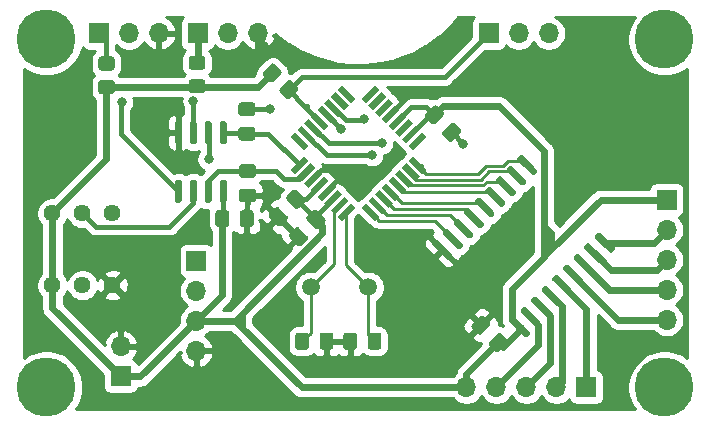
<source format=gbr>
%TF.GenerationSoftware,KiCad,Pcbnew,(5.1.8)-1*%
%TF.CreationDate,2021-01-17T19:24:47+01:00*%
%TF.ProjectId,Cirkel_Kalender,4369726b-656c-45f4-9b61-6c656e646572,rev?*%
%TF.SameCoordinates,Original*%
%TF.FileFunction,Copper,L1,Top*%
%TF.FilePolarity,Positive*%
%FSLAX46Y46*%
G04 Gerber Fmt 4.6, Leading zero omitted, Abs format (unit mm)*
G04 Created by KiCad (PCBNEW (5.1.8)-1) date 2021-01-17 19:24:47*
%MOMM*%
%LPD*%
G01*
G04 APERTURE LIST*
%TA.AperFunction,ComponentPad*%
%ADD10O,1.700000X1.700000*%
%TD*%
%TA.AperFunction,ComponentPad*%
%ADD11R,1.700000X1.700000*%
%TD*%
%TA.AperFunction,ConnectorPad*%
%ADD12C,5.000000*%
%TD*%
%TA.AperFunction,ComponentPad*%
%ADD13C,2.900000*%
%TD*%
%TA.AperFunction,ComponentPad*%
%ADD14C,1.440000*%
%TD*%
%TA.AperFunction,SMDPad,CuDef*%
%ADD15C,0.100000*%
%TD*%
%TA.AperFunction,ComponentPad*%
%ADD16C,1.500000*%
%TD*%
%TA.AperFunction,ViaPad*%
%ADD17C,0.800000*%
%TD*%
%TA.AperFunction,Conductor*%
%ADD18C,0.400000*%
%TD*%
%TA.AperFunction,Conductor*%
%ADD19C,0.800000*%
%TD*%
%TA.AperFunction,Conductor*%
%ADD20C,0.600000*%
%TD*%
%TA.AperFunction,Conductor*%
%ADD21C,0.250000*%
%TD*%
%TA.AperFunction,Conductor*%
%ADD22C,0.254000*%
%TD*%
%TA.AperFunction,Conductor*%
%ADD23C,0.100000*%
%TD*%
G04 APERTURE END LIST*
D10*
%TO.P,U1,3*%
%TO.N,GND*%
X27305000Y-152908000D03*
%TO.P,U1,2*%
%TO.N,Net-(U1-Pad2)*%
X24765000Y-152908000D03*
D11*
%TO.P,U1,1*%
%TO.N,Net-(R1-Pad1)*%
X22225000Y-152908000D03*
%TD*%
D10*
%TO.P,U2,3*%
%TO.N,GND*%
X35661600Y-152908000D03*
%TO.P,U2,2*%
%TO.N,Net-(U2-Pad2)*%
X33121600Y-152908000D03*
D11*
%TO.P,U2,1*%
%TO.N,Net-(R2-Pad1)*%
X30581600Y-152908000D03*
%TD*%
D12*
%TO.P,H3,1*%
%TO.N,N/C*%
X17780000Y-182880000D03*
D13*
X17780000Y-182880000D03*
%TD*%
D12*
%TO.P,H1,1*%
%TO.N,N/C*%
X17780000Y-153416000D03*
D13*
X17780000Y-153416000D03*
%TD*%
D12*
%TO.P,H4,1*%
%TO.N,N/C*%
X70104000Y-182880000D03*
D13*
X70104000Y-182880000D03*
%TD*%
D12*
%TO.P,H2,1*%
%TO.N,N/C*%
X70104000Y-153416000D03*
D13*
X70104000Y-153416000D03*
%TD*%
%TO.P,C1,2*%
%TO.N,GND*%
%TA.AperFunction,SMDPad,CuDef*%
G36*
G01*
X34323000Y-166058000D02*
X35273000Y-166058000D01*
G75*
G02*
X35523000Y-166308000I0J-250000D01*
G01*
X35523000Y-166983000D01*
G75*
G02*
X35273000Y-167233000I-250000J0D01*
G01*
X34323000Y-167233000D01*
G75*
G02*
X34073000Y-166983000I0J250000D01*
G01*
X34073000Y-166308000D01*
G75*
G02*
X34323000Y-166058000I250000J0D01*
G01*
G37*
%TD.AperFunction*%
%TO.P,C1,1*%
%TO.N,HALL_1*%
%TA.AperFunction,SMDPad,CuDef*%
G36*
G01*
X34323000Y-163983000D02*
X35273000Y-163983000D01*
G75*
G02*
X35523000Y-164233000I0J-250000D01*
G01*
X35523000Y-164908000D01*
G75*
G02*
X35273000Y-165158000I-250000J0D01*
G01*
X34323000Y-165158000D01*
G75*
G02*
X34073000Y-164908000I0J250000D01*
G01*
X34073000Y-164233000D01*
G75*
G02*
X34323000Y-163983000I250000J0D01*
G01*
G37*
%TD.AperFunction*%
%TD*%
%TO.P,C2,2*%
%TO.N,GND*%
%TA.AperFunction,SMDPad,CuDef*%
G36*
G01*
X35222200Y-159925600D02*
X34272200Y-159925600D01*
G75*
G02*
X34022200Y-159675600I0J250000D01*
G01*
X34022200Y-159000600D01*
G75*
G02*
X34272200Y-158750600I250000J0D01*
G01*
X35222200Y-158750600D01*
G75*
G02*
X35472200Y-159000600I0J-250000D01*
G01*
X35472200Y-159675600D01*
G75*
G02*
X35222200Y-159925600I-250000J0D01*
G01*
G37*
%TD.AperFunction*%
%TO.P,C2,1*%
%TO.N,HALL_0*%
%TA.AperFunction,SMDPad,CuDef*%
G36*
G01*
X35222200Y-162000600D02*
X34272200Y-162000600D01*
G75*
G02*
X34022200Y-161750600I0J250000D01*
G01*
X34022200Y-161075600D01*
G75*
G02*
X34272200Y-160825600I250000J0D01*
G01*
X35222200Y-160825600D01*
G75*
G02*
X35472200Y-161075600I0J-250000D01*
G01*
X35472200Y-161750600D01*
G75*
G02*
X35222200Y-162000600I-250000J0D01*
G01*
G37*
%TD.AperFunction*%
%TD*%
%TO.P,C3,2*%
%TO.N,+5V*%
%TA.AperFunction,SMDPad,CuDef*%
G36*
G01*
X33250000Y-168125000D02*
X33250000Y-169075000D01*
G75*
G02*
X33000000Y-169325000I-250000J0D01*
G01*
X32325000Y-169325000D01*
G75*
G02*
X32075000Y-169075000I0J250000D01*
G01*
X32075000Y-168125000D01*
G75*
G02*
X32325000Y-167875000I250000J0D01*
G01*
X33000000Y-167875000D01*
G75*
G02*
X33250000Y-168125000I0J-250000D01*
G01*
G37*
%TD.AperFunction*%
%TO.P,C3,1*%
%TO.N,GND*%
%TA.AperFunction,SMDPad,CuDef*%
G36*
G01*
X35325000Y-168125000D02*
X35325000Y-169075000D01*
G75*
G02*
X35075000Y-169325000I-250000J0D01*
G01*
X34400000Y-169325000D01*
G75*
G02*
X34150000Y-169075000I0J250000D01*
G01*
X34150000Y-168125000D01*
G75*
G02*
X34400000Y-167875000I250000J0D01*
G01*
X35075000Y-167875000D01*
G75*
G02*
X35325000Y-168125000I0J-250000D01*
G01*
G37*
%TD.AperFunction*%
%TD*%
%TO.P,C7,2*%
%TO.N,+5V*%
%TA.AperFunction,SMDPad,CuDef*%
G36*
G01*
X55282322Y-179004073D02*
X55954073Y-178332322D01*
G75*
G02*
X56307627Y-178332322I176777J-176777D01*
G01*
X56784924Y-178809619D01*
G75*
G02*
X56784924Y-179163173I-176777J-176777D01*
G01*
X56113173Y-179834924D01*
G75*
G02*
X55759619Y-179834924I-176777J176777D01*
G01*
X55282322Y-179357627D01*
G75*
G02*
X55282322Y-179004073I176777J176777D01*
G01*
G37*
%TD.AperFunction*%
%TO.P,C7,1*%
%TO.N,GND*%
%TA.AperFunction,SMDPad,CuDef*%
G36*
G01*
X53815076Y-177536827D02*
X54486827Y-176865076D01*
G75*
G02*
X54840381Y-176865076I176777J-176777D01*
G01*
X55317678Y-177342373D01*
G75*
G02*
X55317678Y-177695927I-176777J-176777D01*
G01*
X54645927Y-178367678D01*
G75*
G02*
X54292373Y-178367678I-176777J176777D01*
G01*
X53815076Y-177890381D01*
G75*
G02*
X53815076Y-177536827I176777J176777D01*
G01*
G37*
%TD.AperFunction*%
%TD*%
%TO.P,R1,2*%
%TO.N,+5V*%
%TA.AperFunction,SMDPad,CuDef*%
G36*
G01*
X22409999Y-156864000D02*
X23310001Y-156864000D01*
G75*
G02*
X23560000Y-157113999I0J-249999D01*
G01*
X23560000Y-157814001D01*
G75*
G02*
X23310001Y-158064000I-249999J0D01*
G01*
X22409999Y-158064000D01*
G75*
G02*
X22160000Y-157814001I0J249999D01*
G01*
X22160000Y-157113999D01*
G75*
G02*
X22409999Y-156864000I249999J0D01*
G01*
G37*
%TD.AperFunction*%
%TO.P,R1,1*%
%TO.N,Net-(R1-Pad1)*%
%TA.AperFunction,SMDPad,CuDef*%
G36*
G01*
X22409999Y-154864000D02*
X23310001Y-154864000D01*
G75*
G02*
X23560000Y-155113999I0J-249999D01*
G01*
X23560000Y-155814001D01*
G75*
G02*
X23310001Y-156064000I-249999J0D01*
G01*
X22409999Y-156064000D01*
G75*
G02*
X22160000Y-155814001I0J249999D01*
G01*
X22160000Y-155113999D01*
G75*
G02*
X22409999Y-154864000I249999J0D01*
G01*
G37*
%TD.AperFunction*%
%TD*%
%TO.P,R2,2*%
%TO.N,+5V*%
%TA.AperFunction,SMDPad,CuDef*%
G36*
G01*
X30080799Y-156797200D02*
X30980801Y-156797200D01*
G75*
G02*
X31230800Y-157047199I0J-249999D01*
G01*
X31230800Y-157747201D01*
G75*
G02*
X30980801Y-157997200I-249999J0D01*
G01*
X30080799Y-157997200D01*
G75*
G02*
X29830800Y-157747201I0J249999D01*
G01*
X29830800Y-157047199D01*
G75*
G02*
X30080799Y-156797200I249999J0D01*
G01*
G37*
%TD.AperFunction*%
%TO.P,R2,1*%
%TO.N,Net-(R2-Pad1)*%
%TA.AperFunction,SMDPad,CuDef*%
G36*
G01*
X30080799Y-154797200D02*
X30980801Y-154797200D01*
G75*
G02*
X31230800Y-155047199I0J-249999D01*
G01*
X31230800Y-155747201D01*
G75*
G02*
X30980801Y-155997200I-249999J0D01*
G01*
X30080799Y-155997200D01*
G75*
G02*
X29830800Y-155747201I0J249999D01*
G01*
X29830800Y-155047199D01*
G75*
G02*
X30080799Y-154797200I249999J0D01*
G01*
G37*
%TD.AperFunction*%
%TD*%
%TO.P,R3,2*%
%TO.N,RESET*%
%TA.AperFunction,SMDPad,CuDef*%
G36*
G01*
X37556644Y-157573042D02*
X38193042Y-156936644D01*
G75*
G02*
X38546594Y-156936644I176776J-176776D01*
G01*
X39041570Y-157431620D01*
G75*
G02*
X39041570Y-157785172I-176776J-176776D01*
G01*
X38405172Y-158421570D01*
G75*
G02*
X38051620Y-158421570I-176776J176776D01*
G01*
X37556644Y-157926594D01*
G75*
G02*
X37556644Y-157573042I176776J176776D01*
G01*
G37*
%TD.AperFunction*%
%TO.P,R3,1*%
%TO.N,+5V*%
%TA.AperFunction,SMDPad,CuDef*%
G36*
G01*
X36142430Y-156158828D02*
X36778828Y-155522430D01*
G75*
G02*
X37132380Y-155522430I176776J-176776D01*
G01*
X37627356Y-156017406D01*
G75*
G02*
X37627356Y-156370958I-176776J-176776D01*
G01*
X36990958Y-157007356D01*
G75*
G02*
X36637406Y-157007356I-176776J176776D01*
G01*
X36142430Y-156512380D01*
G75*
G02*
X36142430Y-156158828I176776J176776D01*
G01*
G37*
%TD.AperFunction*%
%TD*%
D11*
%TO.P,J5,1*%
%TO.N,Net-(J5-Pad1)*%
X63500000Y-182880000D03*
D10*
%TO.P,J5,2*%
%TO.N,Net-(J5-Pad2)*%
X60960000Y-182880000D03*
%TO.P,J5,3*%
%TO.N,Net-(J5-Pad3)*%
X58420000Y-182880000D03*
%TO.P,J5,4*%
%TO.N,Net-(J5-Pad4)*%
X55880000Y-182880000D03*
%TO.P,J5,5*%
%TO.N,+5V*%
X53340000Y-182880000D03*
%TD*%
D11*
%TO.P,J4,1*%
%TO.N,+5V*%
X70300000Y-167000000D03*
D10*
%TO.P,J4,2*%
%TO.N,Net-(J4-Pad2)*%
X70300000Y-169540000D03*
%TO.P,J4,3*%
%TO.N,Net-(J4-Pad3)*%
X70300000Y-172080000D03*
%TO.P,J4,4*%
%TO.N,Net-(J4-Pad4)*%
X70300000Y-174620000D03*
%TO.P,J4,5*%
%TO.N,Net-(J4-Pad5)*%
X70300000Y-177160000D03*
%TD*%
%TO.P,C4,2*%
%TO.N,+5V*%
%TA.AperFunction,SMDPad,CuDef*%
G36*
G01*
X51367678Y-159895927D02*
X50695927Y-160567678D01*
G75*
G02*
X50342373Y-160567678I-176777J176777D01*
G01*
X49865076Y-160090381D01*
G75*
G02*
X49865076Y-159736827I176777J176777D01*
G01*
X50536827Y-159065076D01*
G75*
G02*
X50890381Y-159065076I176777J-176777D01*
G01*
X51367678Y-159542373D01*
G75*
G02*
X51367678Y-159895927I-176777J-176777D01*
G01*
G37*
%TD.AperFunction*%
%TO.P,C4,1*%
%TO.N,GND*%
%TA.AperFunction,SMDPad,CuDef*%
G36*
G01*
X52834924Y-161363173D02*
X52163173Y-162034924D01*
G75*
G02*
X51809619Y-162034924I-176777J176777D01*
G01*
X51332322Y-161557627D01*
G75*
G02*
X51332322Y-161204073I176777J176777D01*
G01*
X52004073Y-160532322D01*
G75*
G02*
X52357627Y-160532322I176777J-176777D01*
G01*
X52834924Y-161009619D01*
G75*
G02*
X52834924Y-161363173I-176777J-176777D01*
G01*
G37*
%TD.AperFunction*%
%TD*%
%TO.P,C5,1*%
%TO.N,Net-(C5-Pad1)*%
%TA.AperFunction,SMDPad,CuDef*%
G36*
G01*
X38831000Y-179451000D02*
X38831000Y-178501000D01*
G75*
G02*
X39081000Y-178251000I250000J0D01*
G01*
X39756000Y-178251000D01*
G75*
G02*
X40006000Y-178501000I0J-250000D01*
G01*
X40006000Y-179451000D01*
G75*
G02*
X39756000Y-179701000I-250000J0D01*
G01*
X39081000Y-179701000D01*
G75*
G02*
X38831000Y-179451000I0J250000D01*
G01*
G37*
%TD.AperFunction*%
%TO.P,C5,2*%
%TO.N,GND*%
%TA.AperFunction,SMDPad,CuDef*%
G36*
G01*
X40906000Y-179451000D02*
X40906000Y-178501000D01*
G75*
G02*
X41156000Y-178251000I250000J0D01*
G01*
X41831000Y-178251000D01*
G75*
G02*
X42081000Y-178501000I0J-250000D01*
G01*
X42081000Y-179451000D01*
G75*
G02*
X41831000Y-179701000I-250000J0D01*
G01*
X41156000Y-179701000D01*
G75*
G02*
X40906000Y-179451000I0J250000D01*
G01*
G37*
%TD.AperFunction*%
%TD*%
%TO.P,C6,2*%
%TO.N,Net-(C6-Pad2)*%
%TA.AperFunction,SMDPad,CuDef*%
G36*
G01*
X44970000Y-179451000D02*
X44970000Y-178501000D01*
G75*
G02*
X45220000Y-178251000I250000J0D01*
G01*
X45895000Y-178251000D01*
G75*
G02*
X46145000Y-178501000I0J-250000D01*
G01*
X46145000Y-179451000D01*
G75*
G02*
X45895000Y-179701000I-250000J0D01*
G01*
X45220000Y-179701000D01*
G75*
G02*
X44970000Y-179451000I0J250000D01*
G01*
G37*
%TD.AperFunction*%
%TO.P,C6,1*%
%TO.N,GND*%
%TA.AperFunction,SMDPad,CuDef*%
G36*
G01*
X42895000Y-179451000D02*
X42895000Y-178501000D01*
G75*
G02*
X43145000Y-178251000I250000J0D01*
G01*
X43820000Y-178251000D01*
G75*
G02*
X44070000Y-178501000I0J-250000D01*
G01*
X44070000Y-179451000D01*
G75*
G02*
X43820000Y-179701000I-250000J0D01*
G01*
X43145000Y-179701000D01*
G75*
G02*
X42895000Y-179451000I0J250000D01*
G01*
G37*
%TD.AperFunction*%
%TD*%
D11*
%TO.P,J2,1*%
%TO.N,+5V*%
X24053800Y-181965600D03*
D10*
%TO.P,J2,2*%
%TO.N,GND*%
X24053800Y-179425600D03*
%TD*%
D14*
%TO.P,RV1,1*%
%TO.N,+5V*%
X18288000Y-168148000D03*
%TO.P,RV1,2*%
%TO.N,Net-(RV1-Pad2)*%
X20828000Y-168148000D03*
%TO.P,RV1,3*%
%TO.N,GND*%
X23368000Y-168148000D03*
%TD*%
%TO.P,RV2,3*%
%TO.N,GND*%
X23368000Y-174244000D03*
%TO.P,RV2,2*%
%TO.N,Net-(RV2-Pad2)*%
X20828000Y-174244000D03*
%TO.P,RV2,1*%
%TO.N,+5V*%
X18288000Y-174244000D03*
%TD*%
%TO.P,U3,1*%
%TO.N,HALL_0*%
%TA.AperFunction,SMDPad,CuDef*%
G36*
G01*
X32605000Y-160350000D02*
X32905000Y-160350000D01*
G75*
G02*
X33055000Y-160500000I0J-150000D01*
G01*
X33055000Y-162150000D01*
G75*
G02*
X32905000Y-162300000I-150000J0D01*
G01*
X32605000Y-162300000D01*
G75*
G02*
X32455000Y-162150000I0J150000D01*
G01*
X32455000Y-160500000D01*
G75*
G02*
X32605000Y-160350000I150000J0D01*
G01*
G37*
%TD.AperFunction*%
%TO.P,U3,2*%
%TO.N,Net-(RV2-Pad2)*%
%TA.AperFunction,SMDPad,CuDef*%
G36*
G01*
X31335000Y-160350000D02*
X31635000Y-160350000D01*
G75*
G02*
X31785000Y-160500000I0J-150000D01*
G01*
X31785000Y-162150000D01*
G75*
G02*
X31635000Y-162300000I-150000J0D01*
G01*
X31335000Y-162300000D01*
G75*
G02*
X31185000Y-162150000I0J150000D01*
G01*
X31185000Y-160500000D01*
G75*
G02*
X31335000Y-160350000I150000J0D01*
G01*
G37*
%TD.AperFunction*%
%TO.P,U3,3*%
%TO.N,Net-(U2-Pad2)*%
%TA.AperFunction,SMDPad,CuDef*%
G36*
G01*
X30065000Y-160350000D02*
X30365000Y-160350000D01*
G75*
G02*
X30515000Y-160500000I0J-150000D01*
G01*
X30515000Y-162150000D01*
G75*
G02*
X30365000Y-162300000I-150000J0D01*
G01*
X30065000Y-162300000D01*
G75*
G02*
X29915000Y-162150000I0J150000D01*
G01*
X29915000Y-160500000D01*
G75*
G02*
X30065000Y-160350000I150000J0D01*
G01*
G37*
%TD.AperFunction*%
%TO.P,U3,4*%
%TO.N,GND*%
%TA.AperFunction,SMDPad,CuDef*%
G36*
G01*
X28795000Y-160350000D02*
X29095000Y-160350000D01*
G75*
G02*
X29245000Y-160500000I0J-150000D01*
G01*
X29245000Y-162150000D01*
G75*
G02*
X29095000Y-162300000I-150000J0D01*
G01*
X28795000Y-162300000D01*
G75*
G02*
X28645000Y-162150000I0J150000D01*
G01*
X28645000Y-160500000D01*
G75*
G02*
X28795000Y-160350000I150000J0D01*
G01*
G37*
%TD.AperFunction*%
%TO.P,U3,5*%
%TO.N,Net-(U1-Pad2)*%
%TA.AperFunction,SMDPad,CuDef*%
G36*
G01*
X28795000Y-165300000D02*
X29095000Y-165300000D01*
G75*
G02*
X29245000Y-165450000I0J-150000D01*
G01*
X29245000Y-167100000D01*
G75*
G02*
X29095000Y-167250000I-150000J0D01*
G01*
X28795000Y-167250000D01*
G75*
G02*
X28645000Y-167100000I0J150000D01*
G01*
X28645000Y-165450000D01*
G75*
G02*
X28795000Y-165300000I150000J0D01*
G01*
G37*
%TD.AperFunction*%
%TO.P,U3,6*%
%TO.N,Net-(RV1-Pad2)*%
%TA.AperFunction,SMDPad,CuDef*%
G36*
G01*
X30065000Y-165300000D02*
X30365000Y-165300000D01*
G75*
G02*
X30515000Y-165450000I0J-150000D01*
G01*
X30515000Y-167100000D01*
G75*
G02*
X30365000Y-167250000I-150000J0D01*
G01*
X30065000Y-167250000D01*
G75*
G02*
X29915000Y-167100000I0J150000D01*
G01*
X29915000Y-165450000D01*
G75*
G02*
X30065000Y-165300000I150000J0D01*
G01*
G37*
%TD.AperFunction*%
%TO.P,U3,7*%
%TO.N,HALL_1*%
%TA.AperFunction,SMDPad,CuDef*%
G36*
G01*
X31335000Y-165300000D02*
X31635000Y-165300000D01*
G75*
G02*
X31785000Y-165450000I0J-150000D01*
G01*
X31785000Y-167100000D01*
G75*
G02*
X31635000Y-167250000I-150000J0D01*
G01*
X31335000Y-167250000D01*
G75*
G02*
X31185000Y-167100000I0J150000D01*
G01*
X31185000Y-165450000D01*
G75*
G02*
X31335000Y-165300000I150000J0D01*
G01*
G37*
%TD.AperFunction*%
%TO.P,U3,8*%
%TO.N,+5V*%
%TA.AperFunction,SMDPad,CuDef*%
G36*
G01*
X32605000Y-165300000D02*
X32905000Y-165300000D01*
G75*
G02*
X33055000Y-165450000I0J-150000D01*
G01*
X33055000Y-167100000D01*
G75*
G02*
X32905000Y-167250000I-150000J0D01*
G01*
X32605000Y-167250000D01*
G75*
G02*
X32455000Y-167100000I0J150000D01*
G01*
X32455000Y-165450000D01*
G75*
G02*
X32605000Y-165300000I150000J0D01*
G01*
G37*
%TD.AperFunction*%
%TD*%
%TA.AperFunction,SMDPad,CuDef*%
D15*
%TO.P,U4,1*%
%TO.N,HALL_0*%
G36*
X38839666Y-164853445D02*
G01*
X38450757Y-164464536D01*
X39582128Y-163333165D01*
X39971037Y-163722074D01*
X38839666Y-164853445D01*
G37*
%TD.AperFunction*%
%TA.AperFunction,SMDPad,CuDef*%
%TO.P,U4,2*%
%TO.N,HALL_1*%
G36*
X39405352Y-165419130D02*
G01*
X39016443Y-165030221D01*
X40147814Y-163898850D01*
X40536723Y-164287759D01*
X39405352Y-165419130D01*
G37*
%TD.AperFunction*%
%TA.AperFunction,SMDPad,CuDef*%
%TO.P,U4,3*%
%TO.N,GND*%
G36*
X39971037Y-165984816D02*
G01*
X39582128Y-165595907D01*
X40713499Y-164464536D01*
X41102408Y-164853445D01*
X39971037Y-165984816D01*
G37*
%TD.AperFunction*%
%TA.AperFunction,SMDPad,CuDef*%
%TO.P,U4,4*%
%TO.N,+5V*%
G36*
X40536722Y-166550501D02*
G01*
X40147813Y-166161592D01*
X41279184Y-165030221D01*
X41668093Y-165419130D01*
X40536722Y-166550501D01*
G37*
%TD.AperFunction*%
%TA.AperFunction,SMDPad,CuDef*%
%TO.P,U4,5*%
%TO.N,GND*%
G36*
X41102408Y-167116187D02*
G01*
X40713499Y-166727278D01*
X41844870Y-165595907D01*
X42233779Y-165984816D01*
X41102408Y-167116187D01*
G37*
%TD.AperFunction*%
%TA.AperFunction,SMDPad,CuDef*%
%TO.P,U4,6*%
%TO.N,+5V*%
G36*
X41668093Y-167681872D02*
G01*
X41279184Y-167292963D01*
X42410555Y-166161592D01*
X42799464Y-166550501D01*
X41668093Y-167681872D01*
G37*
%TD.AperFunction*%
%TA.AperFunction,SMDPad,CuDef*%
%TO.P,U4,7*%
%TO.N,Net-(C5-Pad1)*%
G36*
X42233779Y-168247557D02*
G01*
X41844870Y-167858648D01*
X42976241Y-166727277D01*
X43365150Y-167116186D01*
X42233779Y-168247557D01*
G37*
%TD.AperFunction*%
%TA.AperFunction,SMDPad,CuDef*%
%TO.P,U4,8*%
%TO.N,Net-(C6-Pad2)*%
G36*
X42799464Y-168813243D02*
G01*
X42410555Y-168424334D01*
X43541926Y-167292963D01*
X43930835Y-167681872D01*
X42799464Y-168813243D01*
G37*
%TD.AperFunction*%
%TA.AperFunction,SMDPad,CuDef*%
%TO.P,U4,9*%
%TO.N,STEP_13*%
G36*
X45981445Y-168424334D02*
G01*
X45592536Y-168813243D01*
X44461165Y-167681872D01*
X44850074Y-167292963D01*
X45981445Y-168424334D01*
G37*
%TD.AperFunction*%
%TA.AperFunction,SMDPad,CuDef*%
%TO.P,U4,10*%
%TO.N,STEP_12*%
G36*
X46547130Y-167858648D02*
G01*
X46158221Y-168247557D01*
X45026850Y-167116186D01*
X45415759Y-166727277D01*
X46547130Y-167858648D01*
G37*
%TD.AperFunction*%
%TA.AperFunction,SMDPad,CuDef*%
%TO.P,U4,11*%
%TO.N,STEP_11*%
G36*
X47112816Y-167292963D02*
G01*
X46723907Y-167681872D01*
X45592536Y-166550501D01*
X45981445Y-166161592D01*
X47112816Y-167292963D01*
G37*
%TD.AperFunction*%
%TA.AperFunction,SMDPad,CuDef*%
%TO.P,U4,12*%
%TO.N,STEP_10*%
G36*
X47678501Y-166727278D02*
G01*
X47289592Y-167116187D01*
X46158221Y-165984816D01*
X46547130Y-165595907D01*
X47678501Y-166727278D01*
G37*
%TD.AperFunction*%
%TA.AperFunction,SMDPad,CuDef*%
%TO.P,U4,13*%
%TO.N,STEP_03*%
G36*
X48244187Y-166161592D02*
G01*
X47855278Y-166550501D01*
X46723907Y-165419130D01*
X47112816Y-165030221D01*
X48244187Y-166161592D01*
G37*
%TD.AperFunction*%
%TA.AperFunction,SMDPad,CuDef*%
%TO.P,U4,14*%
%TO.N,STEP_02*%
G36*
X48809872Y-165595907D02*
G01*
X48420963Y-165984816D01*
X47289592Y-164853445D01*
X47678501Y-164464536D01*
X48809872Y-165595907D01*
G37*
%TD.AperFunction*%
%TA.AperFunction,SMDPad,CuDef*%
%TO.P,U4,15*%
%TO.N,STEP_01*%
G36*
X49375557Y-165030221D02*
G01*
X48986648Y-165419130D01*
X47855277Y-164287759D01*
X48244186Y-163898850D01*
X49375557Y-165030221D01*
G37*
%TD.AperFunction*%
%TA.AperFunction,SMDPad,CuDef*%
%TO.P,U4,16*%
%TO.N,STEP_00*%
G36*
X49941243Y-164464536D02*
G01*
X49552334Y-164853445D01*
X48420963Y-163722074D01*
X48809872Y-163333165D01*
X49941243Y-164464536D01*
G37*
%TD.AperFunction*%
%TA.AperFunction,SMDPad,CuDef*%
%TO.P,U4,17*%
%TO.N,Net-(U4-Pad17)*%
G36*
X48809872Y-162802835D02*
G01*
X48420963Y-162413926D01*
X49552334Y-161282555D01*
X49941243Y-161671464D01*
X48809872Y-162802835D01*
G37*
%TD.AperFunction*%
%TA.AperFunction,SMDPad,CuDef*%
%TO.P,U4,18*%
%TO.N,+5V*%
G36*
X48244186Y-162237150D02*
G01*
X47855277Y-161848241D01*
X48986648Y-160716870D01*
X49375557Y-161105779D01*
X48244186Y-162237150D01*
G37*
%TD.AperFunction*%
%TA.AperFunction,SMDPad,CuDef*%
%TO.P,U4,19*%
%TO.N,Net-(U4-Pad19)*%
G36*
X47678501Y-161671464D02*
G01*
X47289592Y-161282555D01*
X48420963Y-160151184D01*
X48809872Y-160540093D01*
X47678501Y-161671464D01*
G37*
%TD.AperFunction*%
%TA.AperFunction,SMDPad,CuDef*%
%TO.P,U4,20*%
%TO.N,+5V*%
G36*
X47112816Y-161105779D02*
G01*
X46723907Y-160716870D01*
X47855278Y-159585499D01*
X48244187Y-159974408D01*
X47112816Y-161105779D01*
G37*
%TD.AperFunction*%
%TA.AperFunction,SMDPad,CuDef*%
%TO.P,U4,21*%
%TO.N,GND*%
G36*
X46547130Y-160540093D02*
G01*
X46158221Y-160151184D01*
X47289592Y-159019813D01*
X47678501Y-159408722D01*
X46547130Y-160540093D01*
G37*
%TD.AperFunction*%
%TA.AperFunction,SMDPad,CuDef*%
%TO.P,U4,22*%
%TO.N,Net-(U4-Pad22)*%
G36*
X45981445Y-159974408D02*
G01*
X45592536Y-159585499D01*
X46723907Y-158454128D01*
X47112816Y-158843037D01*
X45981445Y-159974408D01*
G37*
%TD.AperFunction*%
%TA.AperFunction,SMDPad,CuDef*%
%TO.P,U4,23*%
%TO.N,Net-(U4-Pad23)*%
G36*
X45415759Y-159408723D02*
G01*
X45026850Y-159019814D01*
X46158221Y-157888443D01*
X46547130Y-158277352D01*
X45415759Y-159408723D01*
G37*
%TD.AperFunction*%
%TA.AperFunction,SMDPad,CuDef*%
%TO.P,U4,24*%
%TO.N,Net-(U4-Pad24)*%
G36*
X44850074Y-158843037D02*
G01*
X44461165Y-158454128D01*
X45592536Y-157322757D01*
X45981445Y-157711666D01*
X44850074Y-158843037D01*
G37*
%TD.AperFunction*%
%TA.AperFunction,SMDPad,CuDef*%
%TO.P,U4,25*%
%TO.N,Net-(U4-Pad25)*%
G36*
X43930835Y-158454128D02*
G01*
X43541926Y-158843037D01*
X42410555Y-157711666D01*
X42799464Y-157322757D01*
X43930835Y-158454128D01*
G37*
%TD.AperFunction*%
%TA.AperFunction,SMDPad,CuDef*%
%TO.P,U4,26*%
%TO.N,Net-(U4-Pad26)*%
G36*
X43365150Y-159019814D02*
G01*
X42976241Y-159408723D01*
X41844870Y-158277352D01*
X42233779Y-157888443D01*
X43365150Y-159019814D01*
G37*
%TD.AperFunction*%
%TA.AperFunction,SMDPad,CuDef*%
%TO.P,U4,27*%
%TO.N,SDA*%
G36*
X42799464Y-159585499D02*
G01*
X42410555Y-159974408D01*
X41279184Y-158843037D01*
X41668093Y-158454128D01*
X42799464Y-159585499D01*
G37*
%TD.AperFunction*%
%TA.AperFunction,SMDPad,CuDef*%
%TO.P,U4,28*%
%TO.N,SCL*%
G36*
X42233779Y-160151184D02*
G01*
X41844870Y-160540093D01*
X40713499Y-159408722D01*
X41102408Y-159019813D01*
X42233779Y-160151184D01*
G37*
%TD.AperFunction*%
%TA.AperFunction,SMDPad,CuDef*%
%TO.P,U4,29*%
%TO.N,RESET*%
G36*
X41668093Y-160716870D02*
G01*
X41279184Y-161105779D01*
X40147813Y-159974408D01*
X40536722Y-159585499D01*
X41668093Y-160716870D01*
G37*
%TD.AperFunction*%
%TA.AperFunction,SMDPad,CuDef*%
%TO.P,U4,30*%
%TO.N,RXD*%
G36*
X41102408Y-161282555D02*
G01*
X40713499Y-161671464D01*
X39582128Y-160540093D01*
X39971037Y-160151184D01*
X41102408Y-161282555D01*
G37*
%TD.AperFunction*%
%TA.AperFunction,SMDPad,CuDef*%
%TO.P,U4,31*%
%TO.N,TXD*%
G36*
X40536723Y-161848241D02*
G01*
X40147814Y-162237150D01*
X39016443Y-161105779D01*
X39405352Y-160716870D01*
X40536723Y-161848241D01*
G37*
%TD.AperFunction*%
%TA.AperFunction,SMDPad,CuDef*%
%TO.P,U4,32*%
%TO.N,Net-(U4-Pad32)*%
G36*
X39971037Y-162413926D02*
G01*
X39582128Y-162802835D01*
X38450757Y-161671464D01*
X38839666Y-161282555D01*
X39971037Y-162413926D01*
G37*
%TD.AperFunction*%
%TD*%
%TO.P,U5,1*%
%TO.N,STEP_00*%
%TA.AperFunction,SMDPad,CuDef*%
G36*
G01*
X57639206Y-163443133D02*
X57851338Y-163231001D01*
G75*
G02*
X58063470Y-163231001I106066J-106066D01*
G01*
X59300906Y-164468437D01*
G75*
G02*
X59300906Y-164680569I-106066J-106066D01*
G01*
X59088774Y-164892701D01*
G75*
G02*
X58876642Y-164892701I-106066J106066D01*
G01*
X57639206Y-163655265D01*
G75*
G02*
X57639206Y-163443133I106066J106066D01*
G01*
G37*
%TD.AperFunction*%
%TO.P,U5,2*%
%TO.N,STEP_01*%
%TA.AperFunction,SMDPad,CuDef*%
G36*
G01*
X56741180Y-164341159D02*
X56953312Y-164129027D01*
G75*
G02*
X57165444Y-164129027I106066J-106066D01*
G01*
X58402880Y-165366463D01*
G75*
G02*
X58402880Y-165578595I-106066J-106066D01*
G01*
X58190748Y-165790727D01*
G75*
G02*
X57978616Y-165790727I-106066J106066D01*
G01*
X56741180Y-164553291D01*
G75*
G02*
X56741180Y-164341159I106066J106066D01*
G01*
G37*
%TD.AperFunction*%
%TO.P,U5,3*%
%TO.N,STEP_02*%
%TA.AperFunction,SMDPad,CuDef*%
G36*
G01*
X55843155Y-165239184D02*
X56055287Y-165027052D01*
G75*
G02*
X56267419Y-165027052I106066J-106066D01*
G01*
X57504855Y-166264488D01*
G75*
G02*
X57504855Y-166476620I-106066J-106066D01*
G01*
X57292723Y-166688752D01*
G75*
G02*
X57080591Y-166688752I-106066J106066D01*
G01*
X55843155Y-165451316D01*
G75*
G02*
X55843155Y-165239184I106066J106066D01*
G01*
G37*
%TD.AperFunction*%
%TO.P,U5,4*%
%TO.N,STEP_03*%
%TA.AperFunction,SMDPad,CuDef*%
G36*
G01*
X54945129Y-166137210D02*
X55157261Y-165925078D01*
G75*
G02*
X55369393Y-165925078I106066J-106066D01*
G01*
X56606829Y-167162514D01*
G75*
G02*
X56606829Y-167374646I-106066J-106066D01*
G01*
X56394697Y-167586778D01*
G75*
G02*
X56182565Y-167586778I-106066J106066D01*
G01*
X54945129Y-166349342D01*
G75*
G02*
X54945129Y-166137210I106066J106066D01*
G01*
G37*
%TD.AperFunction*%
%TO.P,U5,5*%
%TO.N,STEP_10*%
%TA.AperFunction,SMDPad,CuDef*%
G36*
G01*
X54047103Y-167035235D02*
X54259235Y-166823103D01*
G75*
G02*
X54471367Y-166823103I106066J-106066D01*
G01*
X55708803Y-168060539D01*
G75*
G02*
X55708803Y-168272671I-106066J-106066D01*
G01*
X55496671Y-168484803D01*
G75*
G02*
X55284539Y-168484803I-106066J106066D01*
G01*
X54047103Y-167247367D01*
G75*
G02*
X54047103Y-167035235I106066J106066D01*
G01*
G37*
%TD.AperFunction*%
%TO.P,U5,6*%
%TO.N,STEP_11*%
%TA.AperFunction,SMDPad,CuDef*%
G36*
G01*
X53149078Y-167933261D02*
X53361210Y-167721129D01*
G75*
G02*
X53573342Y-167721129I106066J-106066D01*
G01*
X54810778Y-168958565D01*
G75*
G02*
X54810778Y-169170697I-106066J-106066D01*
G01*
X54598646Y-169382829D01*
G75*
G02*
X54386514Y-169382829I-106066J106066D01*
G01*
X53149078Y-168145393D01*
G75*
G02*
X53149078Y-167933261I106066J106066D01*
G01*
G37*
%TD.AperFunction*%
%TO.P,U5,7*%
%TO.N,STEP_12*%
%TA.AperFunction,SMDPad,CuDef*%
G36*
G01*
X52251052Y-168831287D02*
X52463184Y-168619155D01*
G75*
G02*
X52675316Y-168619155I106066J-106066D01*
G01*
X53912752Y-169856591D01*
G75*
G02*
X53912752Y-170068723I-106066J-106066D01*
G01*
X53700620Y-170280855D01*
G75*
G02*
X53488488Y-170280855I-106066J106066D01*
G01*
X52251052Y-169043419D01*
G75*
G02*
X52251052Y-168831287I106066J106066D01*
G01*
G37*
%TD.AperFunction*%
%TO.P,U5,8*%
%TO.N,STEP_13*%
%TA.AperFunction,SMDPad,CuDef*%
G36*
G01*
X51353027Y-169729312D02*
X51565159Y-169517180D01*
G75*
G02*
X51777291Y-169517180I106066J-106066D01*
G01*
X53014727Y-170754616D01*
G75*
G02*
X53014727Y-170966748I-106066J-106066D01*
G01*
X52802595Y-171178880D01*
G75*
G02*
X52590463Y-171178880I-106066J106066D01*
G01*
X51353027Y-169941444D01*
G75*
G02*
X51353027Y-169729312I106066J106066D01*
G01*
G37*
%TD.AperFunction*%
%TO.P,U5,9*%
%TO.N,GND*%
%TA.AperFunction,SMDPad,CuDef*%
G36*
G01*
X50455001Y-170627338D02*
X50667133Y-170415206D01*
G75*
G02*
X50879265Y-170415206I106066J-106066D01*
G01*
X52116701Y-171652642D01*
G75*
G02*
X52116701Y-171864774I-106066J-106066D01*
G01*
X51904569Y-172076906D01*
G75*
G02*
X51692437Y-172076906I-106066J106066D01*
G01*
X50455001Y-170839470D01*
G75*
G02*
X50455001Y-170627338I106066J106066D01*
G01*
G37*
%TD.AperFunction*%
%TO.P,U5,10*%
%TO.N,+5V*%
%TA.AperFunction,SMDPad,CuDef*%
G36*
G01*
X57031094Y-177203431D02*
X57243226Y-176991299D01*
G75*
G02*
X57455358Y-176991299I106066J-106066D01*
G01*
X58692794Y-178228735D01*
G75*
G02*
X58692794Y-178440867I-106066J-106066D01*
G01*
X58480662Y-178652999D01*
G75*
G02*
X58268530Y-178652999I-106066J106066D01*
G01*
X57031094Y-177415563D01*
G75*
G02*
X57031094Y-177203431I106066J106066D01*
G01*
G37*
%TD.AperFunction*%
%TO.P,U5,11*%
%TO.N,Net-(J5-Pad4)*%
%TA.AperFunction,SMDPad,CuDef*%
G36*
G01*
X57929120Y-176305405D02*
X58141252Y-176093273D01*
G75*
G02*
X58353384Y-176093273I106066J-106066D01*
G01*
X59590820Y-177330709D01*
G75*
G02*
X59590820Y-177542841I-106066J-106066D01*
G01*
X59378688Y-177754973D01*
G75*
G02*
X59166556Y-177754973I-106066J106066D01*
G01*
X57929120Y-176517537D01*
G75*
G02*
X57929120Y-176305405I106066J106066D01*
G01*
G37*
%TD.AperFunction*%
%TO.P,U5,12*%
%TO.N,Net-(J5-Pad3)*%
%TA.AperFunction,SMDPad,CuDef*%
G36*
G01*
X58827145Y-175407380D02*
X59039277Y-175195248D01*
G75*
G02*
X59251409Y-175195248I106066J-106066D01*
G01*
X60488845Y-176432684D01*
G75*
G02*
X60488845Y-176644816I-106066J-106066D01*
G01*
X60276713Y-176856948D01*
G75*
G02*
X60064581Y-176856948I-106066J106066D01*
G01*
X58827145Y-175619512D01*
G75*
G02*
X58827145Y-175407380I106066J106066D01*
G01*
G37*
%TD.AperFunction*%
%TO.P,U5,13*%
%TO.N,Net-(J5-Pad2)*%
%TA.AperFunction,SMDPad,CuDef*%
G36*
G01*
X59725171Y-174509354D02*
X59937303Y-174297222D01*
G75*
G02*
X60149435Y-174297222I106066J-106066D01*
G01*
X61386871Y-175534658D01*
G75*
G02*
X61386871Y-175746790I-106066J-106066D01*
G01*
X61174739Y-175958922D01*
G75*
G02*
X60962607Y-175958922I-106066J106066D01*
G01*
X59725171Y-174721486D01*
G75*
G02*
X59725171Y-174509354I106066J106066D01*
G01*
G37*
%TD.AperFunction*%
%TO.P,U5,14*%
%TO.N,Net-(J5-Pad1)*%
%TA.AperFunction,SMDPad,CuDef*%
G36*
G01*
X60623197Y-173611329D02*
X60835329Y-173399197D01*
G75*
G02*
X61047461Y-173399197I106066J-106066D01*
G01*
X62284897Y-174636633D01*
G75*
G02*
X62284897Y-174848765I-106066J-106066D01*
G01*
X62072765Y-175060897D01*
G75*
G02*
X61860633Y-175060897I-106066J106066D01*
G01*
X60623197Y-173823461D01*
G75*
G02*
X60623197Y-173611329I106066J106066D01*
G01*
G37*
%TD.AperFunction*%
%TO.P,U5,15*%
%TO.N,Net-(J4-Pad5)*%
%TA.AperFunction,SMDPad,CuDef*%
G36*
G01*
X61521222Y-172713303D02*
X61733354Y-172501171D01*
G75*
G02*
X61945486Y-172501171I106066J-106066D01*
G01*
X63182922Y-173738607D01*
G75*
G02*
X63182922Y-173950739I-106066J-106066D01*
G01*
X62970790Y-174162871D01*
G75*
G02*
X62758658Y-174162871I-106066J106066D01*
G01*
X61521222Y-172925435D01*
G75*
G02*
X61521222Y-172713303I106066J106066D01*
G01*
G37*
%TD.AperFunction*%
%TO.P,U5,16*%
%TO.N,Net-(J4-Pad4)*%
%TA.AperFunction,SMDPad,CuDef*%
G36*
G01*
X62419248Y-171815277D02*
X62631380Y-171603145D01*
G75*
G02*
X62843512Y-171603145I106066J-106066D01*
G01*
X64080948Y-172840581D01*
G75*
G02*
X64080948Y-173052713I-106066J-106066D01*
G01*
X63868816Y-173264845D01*
G75*
G02*
X63656684Y-173264845I-106066J106066D01*
G01*
X62419248Y-172027409D01*
G75*
G02*
X62419248Y-171815277I106066J106066D01*
G01*
G37*
%TD.AperFunction*%
%TO.P,U5,17*%
%TO.N,Net-(J4-Pad3)*%
%TA.AperFunction,SMDPad,CuDef*%
G36*
G01*
X63317273Y-170917252D02*
X63529405Y-170705120D01*
G75*
G02*
X63741537Y-170705120I106066J-106066D01*
G01*
X64978973Y-171942556D01*
G75*
G02*
X64978973Y-172154688I-106066J-106066D01*
G01*
X64766841Y-172366820D01*
G75*
G02*
X64554709Y-172366820I-106066J106066D01*
G01*
X63317273Y-171129384D01*
G75*
G02*
X63317273Y-170917252I106066J106066D01*
G01*
G37*
%TD.AperFunction*%
%TO.P,U5,18*%
%TO.N,Net-(J4-Pad2)*%
%TA.AperFunction,SMDPad,CuDef*%
G36*
G01*
X64215299Y-170019226D02*
X64427431Y-169807094D01*
G75*
G02*
X64639563Y-169807094I106066J-106066D01*
G01*
X65876999Y-171044530D01*
G75*
G02*
X65876999Y-171256662I-106066J-106066D01*
G01*
X65664867Y-171468794D01*
G75*
G02*
X65452735Y-171468794I-106066J106066D01*
G01*
X64215299Y-170231358D01*
G75*
G02*
X64215299Y-170019226I106066J106066D01*
G01*
G37*
%TD.AperFunction*%
%TD*%
D16*
%TO.P,Y1,1*%
%TO.N,Net-(C6-Pad2)*%
X45028000Y-174404000D03*
%TO.P,Y1,2*%
%TO.N,Net-(C5-Pad1)*%
X40148000Y-174404000D03*
%TD*%
%TO.P,C8,2*%
%TO.N,GND*%
%TA.AperFunction,SMDPad,CuDef*%
G36*
G01*
X37495927Y-167682322D02*
X38167678Y-168354073D01*
G75*
G02*
X38167678Y-168707627I-176777J-176777D01*
G01*
X37690381Y-169184924D01*
G75*
G02*
X37336827Y-169184924I-176777J176777D01*
G01*
X36665076Y-168513173D01*
G75*
G02*
X36665076Y-168159619I176777J176777D01*
G01*
X37142373Y-167682322D01*
G75*
G02*
X37495927Y-167682322I176777J-176777D01*
G01*
G37*
%TD.AperFunction*%
%TO.P,C8,1*%
%TO.N,+5V*%
%TA.AperFunction,SMDPad,CuDef*%
G36*
G01*
X38963173Y-166215076D02*
X39634924Y-166886827D01*
G75*
G02*
X39634924Y-167240381I-176777J-176777D01*
G01*
X39157627Y-167717678D01*
G75*
G02*
X38804073Y-167717678I-176777J176777D01*
G01*
X38132322Y-167045927D01*
G75*
G02*
X38132322Y-166692373I176777J176777D01*
G01*
X38609619Y-166215076D01*
G75*
G02*
X38963173Y-166215076I176777J-176777D01*
G01*
G37*
%TD.AperFunction*%
%TD*%
%TO.P,C9,1*%
%TO.N,+5V*%
%TA.AperFunction,SMDPad,CuDef*%
G36*
G01*
X40663173Y-167915076D02*
X41334924Y-168586827D01*
G75*
G02*
X41334924Y-168940381I-176777J-176777D01*
G01*
X40857627Y-169417678D01*
G75*
G02*
X40504073Y-169417678I-176777J176777D01*
G01*
X39832322Y-168745927D01*
G75*
G02*
X39832322Y-168392373I176777J176777D01*
G01*
X40309619Y-167915076D01*
G75*
G02*
X40663173Y-167915076I176777J-176777D01*
G01*
G37*
%TD.AperFunction*%
%TO.P,C9,2*%
%TO.N,GND*%
%TA.AperFunction,SMDPad,CuDef*%
G36*
G01*
X39195927Y-169382322D02*
X39867678Y-170054073D01*
G75*
G02*
X39867678Y-170407627I-176777J-176777D01*
G01*
X39390381Y-170884924D01*
G75*
G02*
X39036827Y-170884924I-176777J176777D01*
G01*
X38365076Y-170213173D01*
G75*
G02*
X38365076Y-169859619I176777J176777D01*
G01*
X38842373Y-169382322D01*
G75*
G02*
X39195927Y-169382322I176777J-176777D01*
G01*
G37*
%TD.AperFunction*%
%TD*%
D11*
%TO.P,J1,1*%
%TO.N,SCL*%
X30454600Y-172161200D03*
D10*
%TO.P,J1,2*%
%TO.N,SDA*%
X30454600Y-174701200D03*
%TO.P,J1,3*%
%TO.N,+5V*%
X30454600Y-177241200D03*
%TO.P,J1,4*%
%TO.N,GND*%
X30454600Y-179781200D03*
%TD*%
D11*
%TO.P,J3,1*%
%TO.N,RESET*%
X55219600Y-152908000D03*
D10*
%TO.P,J3,2*%
%TO.N,RXD*%
X57759600Y-152908000D03*
%TO.P,J3,3*%
%TO.N,TXD*%
X60299600Y-152908000D03*
%TD*%
D17*
%TO.N,GND*%
X26797000Y-160959800D03*
X30962600Y-168529000D03*
X36322000Y-171246800D03*
X24130000Y-176936400D03*
X36195000Y-154025600D03*
X42595800Y-181178200D03*
X48564800Y-157784800D03*
X44119800Y-164922200D03*
X43275199Y-164522201D03*
X53060600Y-162280600D03*
X36677600Y-159334200D03*
X52933600Y-175488600D03*
X50139600Y-172567600D03*
X64592200Y-159537400D03*
%TO.N,SCL*%
X42714255Y-160975376D03*
%TO.N,SDA*%
X44704000Y-160197800D03*
%TO.N,TXD*%
X45364400Y-163220400D03*
%TO.N,RXD*%
X46177200Y-162204400D03*
%TO.N,Net-(RV2-Pad2)*%
X31500000Y-163572000D03*
%TO.N,Net-(U1-Pad2)*%
X24155400Y-158750000D03*
%TO.N,Net-(U2-Pad2)*%
X30226000Y-158623000D03*
%TD*%
D18*
%TO.N,HALL_0*%
X34659100Y-161325000D02*
X34747200Y-161413100D01*
X32755000Y-161325000D02*
X34659100Y-161325000D01*
X36530692Y-161413100D02*
X39210897Y-164093305D01*
X34747200Y-161413100D02*
X36530692Y-161413100D01*
%TO.N,GND*%
X46918361Y-159779953D02*
X46918361Y-159685239D01*
X48564800Y-158038800D02*
X48564800Y-157784800D01*
X46918361Y-159685239D02*
X48564800Y-158038800D01*
X41473639Y-166356047D02*
X41542953Y-166356047D01*
X42068103Y-165830897D02*
X42068103Y-165627697D01*
X41542953Y-166356047D02*
X42068103Y-165830897D01*
X42773600Y-164922200D02*
X44119800Y-164922200D01*
X42068103Y-165627697D02*
X42773600Y-164922200D01*
X43719801Y-164522201D02*
X44119800Y-164922200D01*
X41044743Y-164522201D02*
X43275199Y-164522201D01*
X40342268Y-165224676D02*
X41044743Y-164522201D01*
X43275199Y-164522201D02*
X43719801Y-164522201D01*
X52083623Y-161303623D02*
X53060600Y-162280600D01*
X52083623Y-161283623D02*
X52083623Y-161303623D01*
X36673700Y-159338100D02*
X36677600Y-159334200D01*
X34747200Y-159338100D02*
X36673700Y-159338100D01*
%TO.N,HALL_1*%
X39776583Y-164658990D02*
X39599822Y-164658990D01*
X31485000Y-166275000D02*
X31485000Y-165390400D01*
X32304900Y-164570500D02*
X34798000Y-164570500D01*
X31485000Y-165390400D02*
X32304900Y-164570500D01*
X34798000Y-164570500D02*
X37189500Y-164570500D01*
X39182118Y-165253455D02*
X39776583Y-164658990D01*
X37872455Y-165253455D02*
X39182118Y-165253455D01*
X37189500Y-164570500D02*
X37872455Y-165253455D01*
D19*
%TO.N,+5V*%
X57861944Y-177850056D02*
X57861944Y-177822149D01*
D18*
X39731937Y-166966377D02*
X38883623Y-166966377D01*
X40907953Y-165790361D02*
X39731937Y-166966377D01*
X40583623Y-168377433D02*
X40583623Y-168666377D01*
X42039324Y-166921732D02*
X40583623Y-168377433D01*
X50276050Y-159816377D02*
X50616377Y-159816377D01*
X48615417Y-161477010D02*
X50276050Y-159816377D01*
D20*
X57861944Y-177997764D02*
X56404854Y-179454854D01*
X57861944Y-177822149D02*
X57861944Y-177997764D01*
D18*
X47484047Y-160345639D02*
X48679686Y-159150000D01*
X49950000Y-159150000D02*
X50616377Y-159816377D01*
X48679686Y-159150000D02*
X49950000Y-159150000D01*
X32755000Y-168507500D02*
X32662500Y-168600000D01*
X32755000Y-166275000D02*
X32755000Y-168507500D01*
X40583623Y-168666377D02*
X38883623Y-166966377D01*
D20*
X18288000Y-168148000D02*
X18288000Y-174244000D01*
X18288000Y-176199800D02*
X18288000Y-174244000D01*
X24053800Y-181965600D02*
X18288000Y-176199800D01*
X25730200Y-181965600D02*
X30454600Y-177241200D01*
X24053800Y-181965600D02*
X25730200Y-181965600D01*
X22860000Y-163576000D02*
X18288000Y-168148000D01*
X22860000Y-157464000D02*
X22860000Y-163576000D01*
X35685786Y-157464000D02*
X36884893Y-156264893D01*
X53340000Y-181777246D02*
X56033623Y-179083623D01*
X53340000Y-182880000D02*
X53340000Y-181777246D01*
X32662500Y-175033300D02*
X30454600Y-177241200D01*
X32662500Y-168600000D02*
X32662500Y-175033300D01*
X57861944Y-177822149D02*
X57857949Y-177822149D01*
X50616377Y-159816377D02*
X51377954Y-159054800D01*
X51377954Y-159054800D02*
X56083200Y-159054800D01*
X56083200Y-159054800D02*
X59894850Y-162866450D01*
X57185176Y-177145381D02*
X57861944Y-177822149D01*
X57185176Y-174539024D02*
X57185176Y-177145381D01*
X40583623Y-168666377D02*
X41148000Y-169230754D01*
X33741228Y-177241200D02*
X30454600Y-177241200D01*
X41148000Y-169230754D02*
X41148000Y-169834428D01*
X59894850Y-171829350D02*
X59894850Y-171803950D01*
X64698800Y-167000000D02*
X70300000Y-167000000D01*
X59143900Y-172580300D02*
X57185176Y-174539024D01*
X59894850Y-171829350D02*
X59143900Y-172580300D01*
X59894850Y-170740450D02*
X59894850Y-171477050D01*
X59894850Y-171477050D02*
X59894850Y-171829350D01*
X59894850Y-169644950D02*
X59894850Y-170457750D01*
X59894850Y-169644950D02*
X59894850Y-170740450D01*
X60769500Y-170929300D02*
X64698800Y-167000000D01*
X39380028Y-182880000D02*
X53340000Y-182880000D01*
D18*
X34422014Y-177769586D02*
X34345814Y-177845786D01*
D20*
X34345814Y-177845786D02*
X39380028Y-182880000D01*
X41148000Y-169834428D02*
X34422014Y-176560414D01*
X34422014Y-176560414D02*
X33741228Y-177241200D01*
D18*
X33977514Y-177477486D02*
X33977514Y-177426686D01*
D20*
X33741228Y-177241200D02*
X33977514Y-177477486D01*
X33977514Y-177477486D02*
X34345814Y-177845786D01*
D18*
X34396614Y-177007586D02*
X34422014Y-177007586D01*
X33977514Y-177426686D02*
X34396614Y-177007586D01*
X34422014Y-177007586D02*
X34422014Y-177769586D01*
X34422014Y-176560414D02*
X34422014Y-177007586D01*
D20*
X60515500Y-169837100D02*
X59894850Y-169216450D01*
X59894850Y-162866450D02*
X59894850Y-169216450D01*
X59894850Y-169216450D02*
X59894850Y-169644950D01*
X59894850Y-171803950D02*
X60515500Y-171183300D01*
X60515500Y-171183300D02*
X60769500Y-170929300D01*
X59894850Y-170080050D02*
X60515500Y-170700700D01*
X59894850Y-169644950D02*
X59894850Y-170080050D01*
X60515500Y-170700700D02*
X60515500Y-169837100D01*
X60515500Y-171183300D02*
X60515500Y-170700700D01*
X60072650Y-170740450D02*
X60515500Y-171183300D01*
X59894850Y-170740450D02*
X60072650Y-170740450D01*
X60137800Y-169837100D02*
X59894850Y-170080050D01*
X60515500Y-169837100D02*
X60137800Y-169837100D01*
X30464000Y-157464000D02*
X30530800Y-157397200D01*
X22860000Y-157464000D02*
X30464000Y-157464000D01*
X30597600Y-157464000D02*
X30530800Y-157397200D01*
X35685786Y-157464000D02*
X30597600Y-157464000D01*
D21*
%TO.N,Net-(C5-Pad1)*%
X40148000Y-178246500D02*
X39418500Y-178976000D01*
X40148000Y-174404000D02*
X40148000Y-178246500D01*
X42085545Y-172466455D02*
X40148000Y-174404000D01*
X42085545Y-168006882D02*
X42085545Y-172466455D01*
X42605010Y-167487417D02*
X42085545Y-168006882D01*
%TO.N,Net-(C6-Pad2)*%
X45028000Y-178446500D02*
X45557500Y-178976000D01*
X45028000Y-174404000D02*
X45028000Y-178446500D01*
X43170695Y-172546695D02*
X45028000Y-174404000D01*
X43170695Y-168053103D02*
X43170695Y-172546695D01*
D18*
%TO.N,SCL*%
X41518832Y-159779953D02*
X42714255Y-160975376D01*
X41473639Y-159779953D02*
X41518832Y-159779953D01*
%TO.N,SDA*%
X43099056Y-160274000D02*
X43916600Y-160274000D01*
X42039324Y-159214268D02*
X43099056Y-160274000D01*
X44627800Y-160274000D02*
X44704000Y-160197800D01*
X43916600Y-160274000D02*
X44627800Y-160274000D01*
%TO.N,TXD*%
X39776583Y-161477010D02*
X39776583Y-161518783D01*
X41503600Y-163245800D02*
X41732200Y-163245800D01*
X39776583Y-161518783D02*
X41503600Y-163245800D01*
X45339000Y-163245800D02*
X45364400Y-163220400D01*
X41732200Y-163245800D02*
X45339000Y-163245800D01*
%TO.N,RXD*%
X41660744Y-162229800D02*
X41910000Y-162229800D01*
X40342268Y-160911324D02*
X41660744Y-162229800D01*
X46151800Y-162229800D02*
X46177200Y-162204400D01*
X41910000Y-162229800D02*
X46151800Y-162229800D01*
%TO.N,RESET*%
X40907953Y-160345639D02*
X40895639Y-160345639D01*
X38299107Y-157749107D02*
X38299107Y-157679107D01*
X39601700Y-159051700D02*
X39804900Y-159051700D01*
X40895639Y-160345639D02*
X39601700Y-159051700D01*
X39601700Y-159051700D02*
X38299107Y-157749107D01*
X39055467Y-156922747D02*
X39055467Y-156905533D01*
X38299107Y-157679107D02*
X39055467Y-156922747D01*
X39055467Y-156922747D02*
X39063653Y-156922747D01*
X39063653Y-156922747D02*
X39395400Y-156591000D01*
X51536600Y-156591000D02*
X55219600Y-152908000D01*
X39395400Y-156591000D02*
X51536600Y-156591000D01*
D20*
%TO.N,Net-(J4-Pad2)*%
X69202056Y-170637944D02*
X70300000Y-169540000D01*
X65046149Y-170637944D02*
X69202056Y-170637944D01*
%TO.N,Net-(J4-Pad3)*%
X64148123Y-171535970D02*
X64235970Y-171535970D01*
X64235970Y-171535970D02*
X64912738Y-172212738D01*
X69450001Y-172929999D02*
X70300000Y-172080000D01*
X65542152Y-172929999D02*
X69450001Y-172929999D01*
X64148123Y-171535970D02*
X65542152Y-172929999D01*
%TO.N,Net-(J4-Pad4)*%
X64028851Y-173212748D02*
X63250098Y-172433995D01*
X65436103Y-174620000D02*
X70300000Y-174620000D01*
X63250098Y-172433995D02*
X65436103Y-174620000D01*
%TO.N,Net-(J5-Pad1)*%
X63500000Y-176276000D02*
X63500000Y-182880000D01*
X61454047Y-174230047D02*
X63500000Y-176276000D01*
%TO.N,Net-(J5-Pad2)*%
X60556021Y-175128072D02*
X60556021Y-175156021D01*
X61436758Y-176036758D02*
X61436758Y-182403242D01*
X61436758Y-182403242D02*
X60960000Y-182880000D01*
X60556021Y-175156021D02*
X61436758Y-176036758D01*
%TO.N,Net-(J5-Pad3)*%
X60436748Y-176804851D02*
X59657995Y-176026098D01*
X60436748Y-180863252D02*
X60436748Y-176804851D01*
X58420000Y-182880000D02*
X60436748Y-180863252D01*
%TO.N,Net-(J5-Pad4)*%
X59436738Y-179323262D02*
X55880000Y-182880000D01*
X59436738Y-177600891D02*
X59436738Y-179323262D01*
X58759970Y-176924123D02*
X59436738Y-177600891D01*
D18*
%TO.N,Net-(R1-Pad1)*%
X22860000Y-153543000D02*
X22225000Y-152908000D01*
X22860000Y-155464000D02*
X22860000Y-153543000D01*
D20*
%TO.N,Net-(R2-Pad1)*%
X30581600Y-155346400D02*
X30530800Y-155397200D01*
X30581600Y-152908000D02*
X30581600Y-155346400D01*
D18*
%TO.N,Net-(RV1-Pad2)*%
X21948001Y-169268001D02*
X20828000Y-168148000D01*
X30215000Y-167250000D02*
X28196999Y-169268001D01*
X28196999Y-169268001D02*
X21948001Y-169268001D01*
X30215000Y-166275000D02*
X30215000Y-167250000D01*
%TO.N,Net-(RV2-Pad2)*%
X31500000Y-161340000D02*
X31485000Y-161325000D01*
X31500000Y-163572000D02*
X31500000Y-161340000D01*
%TO.N,Net-(U1-Pad2)*%
X27550000Y-164880000D02*
X28945000Y-166275000D01*
X24130000Y-161460000D02*
X27550000Y-164880000D01*
X24130000Y-158775400D02*
X24155400Y-158750000D01*
X24130000Y-161460000D02*
X24130000Y-158775400D01*
%TO.N,Net-(U2-Pad2)*%
X30226000Y-161314000D02*
X30215000Y-161325000D01*
X30215000Y-158634000D02*
X30226000Y-158623000D01*
X30215000Y-161325000D02*
X30215000Y-158634000D01*
D21*
%TO.N,STEP_13*%
X52183877Y-170348030D02*
X52148030Y-170348030D01*
X51782109Y-169946262D02*
X52183877Y-170348030D01*
X52183877Y-170348030D02*
X52183877Y-170333877D01*
X52183877Y-170333877D02*
X50650020Y-168800020D01*
X45968222Y-168800020D02*
X45221305Y-168053103D01*
X50650020Y-168800020D02*
X45968222Y-168800020D01*
%TO.N,STEP_12*%
X53081902Y-169450005D02*
X52680133Y-169048236D01*
X53081902Y-169450005D02*
X53081902Y-169431902D01*
X53081902Y-169431902D02*
X51950010Y-168300010D01*
X46599583Y-168300010D02*
X45786990Y-167487417D01*
X51950010Y-168300010D02*
X46599583Y-168300010D01*
%TO.N,STEP_11*%
X53979928Y-168551979D02*
X53578160Y-168150211D01*
X53979928Y-168551979D02*
X53427949Y-168000000D01*
X53979928Y-168551979D02*
X53951979Y-168551979D01*
X53951979Y-168551979D02*
X53200000Y-167800000D01*
X47230944Y-167800000D02*
X46352676Y-166921732D01*
X53200000Y-167800000D02*
X47230944Y-167800000D01*
%TO.N,STEP_10*%
X54877953Y-167653953D02*
X54476185Y-167252185D01*
X47862304Y-167299990D02*
X46918361Y-166356047D01*
X54523990Y-167299990D02*
X47862304Y-167299990D01*
X54877953Y-167653953D02*
X54523990Y-167299990D01*
%TO.N,STEP_03*%
X55775979Y-166755928D02*
X55374210Y-166354159D01*
X55424210Y-166404159D02*
X55775979Y-166755928D01*
X55775979Y-166755928D02*
X55755928Y-166755928D01*
X55755928Y-166755928D02*
X55294150Y-166294150D01*
X55294150Y-166350000D02*
X48955850Y-166350000D01*
X48946024Y-166359826D02*
X48955850Y-166350000D01*
X48053512Y-166359826D02*
X48946024Y-166359826D01*
X47484047Y-165790361D02*
X48053512Y-166359826D01*
%TO.N,STEP_02*%
X56674005Y-165857902D02*
X56272237Y-165456134D01*
X56322237Y-165506134D02*
X56674005Y-165857902D01*
X54757853Y-165794140D02*
X55045859Y-165506134D01*
X48619196Y-165794140D02*
X54757853Y-165794140D01*
X55045859Y-165506134D02*
X56322237Y-165506134D01*
X48049732Y-165224676D02*
X48619196Y-165794140D01*
%TO.N,STEP_01*%
X57220261Y-164608108D02*
X57572030Y-164959877D01*
X54550743Y-165294130D02*
X55236765Y-164608108D01*
X49094130Y-165294130D02*
X54550743Y-165294130D01*
X48615417Y-164815417D02*
X49094130Y-165294130D01*
X55236765Y-164608108D02*
X57220261Y-164608108D01*
X48615417Y-164658990D02*
X48615417Y-164815417D01*
%TO.N,STEP_00*%
X56443893Y-164108100D02*
X56841910Y-163710083D01*
X58118288Y-163710083D02*
X58470056Y-164061851D01*
X56841910Y-163710083D02*
X58118288Y-163710083D01*
X49570012Y-164093305D02*
X49584807Y-164108100D01*
X49181103Y-164093305D02*
X49570012Y-164093305D01*
X55029653Y-164108100D02*
X54343633Y-164794120D01*
X56443893Y-164108100D02*
X55029653Y-164108100D01*
X49881918Y-164794120D02*
X49181103Y-164093305D01*
X54343633Y-164794120D02*
X49881918Y-164794120D01*
D20*
%TO.N,Net-(J4-Pad5)*%
X66180051Y-177160000D02*
X70300000Y-177160000D01*
X62352072Y-173332021D02*
X66180051Y-177160000D01*
%TD*%
D22*
%TO.N,GND*%
X44428957Y-168552034D02*
X44418764Y-168561812D01*
X44165185Y-168349892D01*
X44196000Y-168319077D01*
X44428957Y-168552034D01*
%TA.AperFunction,Conductor*%
D23*
G36*
X44428957Y-168552034D02*
G01*
X44418764Y-168561812D01*
X44165185Y-168349892D01*
X44196000Y-168319077D01*
X44428957Y-168552034D01*
G37*
%TD.AperFunction*%
D22*
X47227316Y-162122649D02*
X47324007Y-162202001D01*
X47324484Y-162202256D01*
X47324740Y-162202735D01*
X47404092Y-162299426D01*
X47793001Y-162688335D01*
X47889692Y-162767687D01*
X47890171Y-162767943D01*
X47890426Y-162768420D01*
X47969778Y-162865111D01*
X48172667Y-163068000D01*
X47969778Y-163270889D01*
X47890426Y-163367580D01*
X47890171Y-163368057D01*
X47889692Y-163368313D01*
X47793001Y-163447665D01*
X47404092Y-163836574D01*
X47324740Y-163933265D01*
X47324484Y-163933744D01*
X47324007Y-163933999D01*
X47227316Y-164013351D01*
X46838407Y-164402260D01*
X46759055Y-164498951D01*
X46758800Y-164499429D01*
X46758322Y-164499684D01*
X46661631Y-164579036D01*
X46272722Y-164967945D01*
X46193370Y-165064636D01*
X46193114Y-165065114D01*
X46192636Y-165065370D01*
X46095945Y-165144722D01*
X45707036Y-165533631D01*
X45627684Y-165630322D01*
X45627429Y-165630800D01*
X45626951Y-165631055D01*
X45530260Y-165710407D01*
X45141351Y-166099316D01*
X45061999Y-166196007D01*
X45061744Y-166196484D01*
X45061265Y-166196740D01*
X44964574Y-166276092D01*
X44575665Y-166665001D01*
X44496313Y-166761692D01*
X44496057Y-166762171D01*
X44495580Y-166762426D01*
X44398889Y-166841778D01*
X44196000Y-167044667D01*
X43993111Y-166841778D01*
X43896420Y-166762426D01*
X43895943Y-166762171D01*
X43895687Y-166761692D01*
X43816335Y-166665001D01*
X43427426Y-166276092D01*
X43330735Y-166196740D01*
X43330256Y-166196484D01*
X43330001Y-166196007D01*
X43250649Y-166099316D01*
X42861740Y-165710407D01*
X42765049Y-165631055D01*
X42764001Y-165630495D01*
X42690393Y-165543405D01*
X42560173Y-165543405D01*
X42535037Y-165535780D01*
X42410555Y-165523520D01*
X42294761Y-165534924D01*
X42306165Y-165419130D01*
X42293905Y-165294648D01*
X42286281Y-165269515D01*
X42286281Y-165139293D01*
X42199191Y-165065685D01*
X42198630Y-165064636D01*
X42119278Y-164967945D01*
X41730369Y-164579036D01*
X41633678Y-164499684D01*
X41632630Y-164499124D01*
X41559022Y-164412034D01*
X41428802Y-164412034D01*
X41403666Y-164404409D01*
X41279184Y-164392149D01*
X41163391Y-164403553D01*
X41174795Y-164287759D01*
X41162535Y-164163277D01*
X41154910Y-164138141D01*
X41154910Y-164007922D01*
X41149425Y-164003286D01*
X41182513Y-164020972D01*
X41339911Y-164068718D01*
X41503600Y-164084840D01*
X41544618Y-164080800D01*
X44789129Y-164080800D01*
X44874144Y-164137605D01*
X45062502Y-164215626D01*
X45262461Y-164255400D01*
X45466339Y-164255400D01*
X45666298Y-164215626D01*
X45854656Y-164137605D01*
X46024174Y-164024337D01*
X46168337Y-163880174D01*
X46281605Y-163710656D01*
X46359626Y-163522298D01*
X46399400Y-163322339D01*
X46399400Y-163215479D01*
X46479098Y-163199626D01*
X46667456Y-163121605D01*
X46836974Y-163008337D01*
X46981137Y-162864174D01*
X47094405Y-162694656D01*
X47172426Y-162506298D01*
X47212200Y-162306339D01*
X47212200Y-162107533D01*
X47227316Y-162122649D01*
%TA.AperFunction,Conductor*%
D23*
G36*
X47227316Y-162122649D02*
G01*
X47324007Y-162202001D01*
X47324484Y-162202256D01*
X47324740Y-162202735D01*
X47404092Y-162299426D01*
X47793001Y-162688335D01*
X47889692Y-162767687D01*
X47890171Y-162767943D01*
X47890426Y-162768420D01*
X47969778Y-162865111D01*
X48172667Y-163068000D01*
X47969778Y-163270889D01*
X47890426Y-163367580D01*
X47890171Y-163368057D01*
X47889692Y-163368313D01*
X47793001Y-163447665D01*
X47404092Y-163836574D01*
X47324740Y-163933265D01*
X47324484Y-163933744D01*
X47324007Y-163933999D01*
X47227316Y-164013351D01*
X46838407Y-164402260D01*
X46759055Y-164498951D01*
X46758800Y-164499429D01*
X46758322Y-164499684D01*
X46661631Y-164579036D01*
X46272722Y-164967945D01*
X46193370Y-165064636D01*
X46193114Y-165065114D01*
X46192636Y-165065370D01*
X46095945Y-165144722D01*
X45707036Y-165533631D01*
X45627684Y-165630322D01*
X45627429Y-165630800D01*
X45626951Y-165631055D01*
X45530260Y-165710407D01*
X45141351Y-166099316D01*
X45061999Y-166196007D01*
X45061744Y-166196484D01*
X45061265Y-166196740D01*
X44964574Y-166276092D01*
X44575665Y-166665001D01*
X44496313Y-166761692D01*
X44496057Y-166762171D01*
X44495580Y-166762426D01*
X44398889Y-166841778D01*
X44196000Y-167044667D01*
X43993111Y-166841778D01*
X43896420Y-166762426D01*
X43895943Y-166762171D01*
X43895687Y-166761692D01*
X43816335Y-166665001D01*
X43427426Y-166276092D01*
X43330735Y-166196740D01*
X43330256Y-166196484D01*
X43330001Y-166196007D01*
X43250649Y-166099316D01*
X42861740Y-165710407D01*
X42765049Y-165631055D01*
X42764001Y-165630495D01*
X42690393Y-165543405D01*
X42560173Y-165543405D01*
X42535037Y-165535780D01*
X42410555Y-165523520D01*
X42294761Y-165534924D01*
X42306165Y-165419130D01*
X42293905Y-165294648D01*
X42286281Y-165269515D01*
X42286281Y-165139293D01*
X42199191Y-165065685D01*
X42198630Y-165064636D01*
X42119278Y-164967945D01*
X41730369Y-164579036D01*
X41633678Y-164499684D01*
X41632630Y-164499124D01*
X41559022Y-164412034D01*
X41428802Y-164412034D01*
X41403666Y-164404409D01*
X41279184Y-164392149D01*
X41163391Y-164403553D01*
X41174795Y-164287759D01*
X41162535Y-164163277D01*
X41154910Y-164138141D01*
X41154910Y-164007922D01*
X41149425Y-164003286D01*
X41182513Y-164020972D01*
X41339911Y-164068718D01*
X41503600Y-164084840D01*
X41544618Y-164080800D01*
X44789129Y-164080800D01*
X44874144Y-164137605D01*
X45062502Y-164215626D01*
X45262461Y-164255400D01*
X45466339Y-164255400D01*
X45666298Y-164215626D01*
X45854656Y-164137605D01*
X46024174Y-164024337D01*
X46168337Y-163880174D01*
X46281605Y-163710656D01*
X46359626Y-163522298D01*
X46399400Y-163322339D01*
X46399400Y-163215479D01*
X46479098Y-163199626D01*
X46667456Y-163121605D01*
X46836974Y-163008337D01*
X46981137Y-162864174D01*
X47094405Y-162694656D01*
X47172426Y-162506298D01*
X47212200Y-162306339D01*
X47212200Y-162107533D01*
X47227316Y-162122649D01*
G37*
%TD.AperFunction*%
%TD*%
D22*
%TO.N,GND*%
X67325799Y-151931021D02*
X67089476Y-152501554D01*
X66969000Y-153107229D01*
X66969000Y-153724771D01*
X67089476Y-154330446D01*
X67325799Y-154900979D01*
X67668886Y-155414446D01*
X68105554Y-155851114D01*
X68619021Y-156194201D01*
X69189554Y-156430524D01*
X69795229Y-156551000D01*
X70412771Y-156551000D01*
X71018446Y-156430524D01*
X71588979Y-156194201D01*
X71984001Y-155930256D01*
X71984000Y-180365743D01*
X71588979Y-180101799D01*
X71018446Y-179865476D01*
X70412771Y-179745000D01*
X69795229Y-179745000D01*
X69189554Y-179865476D01*
X68619021Y-180101799D01*
X68105554Y-180444886D01*
X67668886Y-180881554D01*
X67325799Y-181395021D01*
X67089476Y-181965554D01*
X66969000Y-182571229D01*
X66969000Y-183188771D01*
X67089476Y-183794446D01*
X67325799Y-184364979D01*
X67589743Y-184760000D01*
X20294257Y-184760000D01*
X20558201Y-184364979D01*
X20794524Y-183794446D01*
X20915000Y-183188771D01*
X20915000Y-182571229D01*
X20794524Y-181965554D01*
X20558201Y-181395021D01*
X20215114Y-180881554D01*
X19778446Y-180444886D01*
X19264979Y-180101799D01*
X18694446Y-179865476D01*
X18088771Y-179745000D01*
X17471229Y-179745000D01*
X16865554Y-179865476D01*
X16295021Y-180101799D01*
X15900000Y-180365743D01*
X15900000Y-155930257D01*
X16295021Y-156194201D01*
X16865554Y-156430524D01*
X17471229Y-156551000D01*
X18088771Y-156551000D01*
X18694446Y-156430524D01*
X19264979Y-156194201D01*
X19778446Y-155851114D01*
X20215114Y-155414446D01*
X20558201Y-154900979D01*
X20794524Y-154330446D01*
X20839663Y-154103515D01*
X20844463Y-154112494D01*
X20923815Y-154209185D01*
X21020506Y-154288537D01*
X21130820Y-154347502D01*
X21250518Y-154383812D01*
X21375000Y-154396072D01*
X21891662Y-154396072D01*
X21782038Y-154486038D01*
X21671595Y-154620613D01*
X21589528Y-154774149D01*
X21538992Y-154940745D01*
X21521928Y-155113999D01*
X21521928Y-155814001D01*
X21538992Y-155987255D01*
X21589528Y-156153851D01*
X21671595Y-156307387D01*
X21782038Y-156441962D01*
X21808891Y-156464000D01*
X21782038Y-156486038D01*
X21671595Y-156620613D01*
X21589528Y-156774149D01*
X21538992Y-156940745D01*
X21521928Y-157113999D01*
X21521928Y-157814001D01*
X21538992Y-157987255D01*
X21589528Y-158153851D01*
X21671595Y-158307387D01*
X21782038Y-158441962D01*
X21916613Y-158552405D01*
X21925000Y-158556888D01*
X21925001Y-163188709D01*
X18320711Y-166793000D01*
X18154544Y-166793000D01*
X17892761Y-166845072D01*
X17646167Y-166947215D01*
X17424238Y-167095503D01*
X17235503Y-167284238D01*
X17087215Y-167506167D01*
X16985072Y-167752761D01*
X16933000Y-168014544D01*
X16933000Y-168281456D01*
X16985072Y-168543239D01*
X17087215Y-168789833D01*
X17235503Y-169011762D01*
X17353000Y-169129259D01*
X17353001Y-173262740D01*
X17235503Y-173380238D01*
X17087215Y-173602167D01*
X16985072Y-173848761D01*
X16933000Y-174110544D01*
X16933000Y-174377456D01*
X16985072Y-174639239D01*
X17087215Y-174885833D01*
X17235503Y-175107762D01*
X17353000Y-175225259D01*
X17353000Y-176153868D01*
X17348476Y-176199800D01*
X17353000Y-176245731D01*
X17366529Y-176383091D01*
X17419993Y-176559339D01*
X17506814Y-176721771D01*
X17623656Y-176864144D01*
X17659341Y-176893430D01*
X22565728Y-181799817D01*
X22565728Y-182815600D01*
X22577988Y-182940082D01*
X22614298Y-183059780D01*
X22673263Y-183170094D01*
X22752615Y-183266785D01*
X22849306Y-183346137D01*
X22959620Y-183405102D01*
X23079318Y-183441412D01*
X23203800Y-183453672D01*
X24903800Y-183453672D01*
X25028282Y-183441412D01*
X25147980Y-183405102D01*
X25258294Y-183346137D01*
X25354985Y-183266785D01*
X25434337Y-183170094D01*
X25493302Y-183059780D01*
X25529612Y-182940082D01*
X25533501Y-182900600D01*
X25684268Y-182900600D01*
X25730200Y-182905124D01*
X25776132Y-182900600D01*
X25913492Y-182887071D01*
X26089740Y-182833607D01*
X26252172Y-182746786D01*
X26394544Y-182629944D01*
X26423830Y-182594259D01*
X29109887Y-179908202D01*
X29134444Y-179908202D01*
X29013124Y-180138090D01*
X29057775Y-180285299D01*
X29182959Y-180548120D01*
X29357012Y-180781469D01*
X29573245Y-180976378D01*
X29823348Y-181125357D01*
X30097709Y-181222681D01*
X30327600Y-181102014D01*
X30327600Y-179908200D01*
X30581600Y-179908200D01*
X30581600Y-181102014D01*
X30811491Y-181222681D01*
X31085852Y-181125357D01*
X31335955Y-180976378D01*
X31552188Y-180781469D01*
X31726241Y-180548120D01*
X31851425Y-180285299D01*
X31896076Y-180138090D01*
X31774755Y-179908200D01*
X30581600Y-179908200D01*
X30327600Y-179908200D01*
X30307600Y-179908200D01*
X30307600Y-179654200D01*
X30327600Y-179654200D01*
X30327600Y-179634200D01*
X30581600Y-179634200D01*
X30581600Y-179654200D01*
X31774755Y-179654200D01*
X31896076Y-179424310D01*
X31851425Y-179277101D01*
X31726241Y-179014280D01*
X31552188Y-178780931D01*
X31335955Y-178586022D01*
X31219066Y-178516395D01*
X31401232Y-178394675D01*
X31608075Y-178187832D01*
X31615847Y-178176200D01*
X33353939Y-178176200D01*
X33652187Y-178474447D01*
X33652191Y-178474452D01*
X38686398Y-183508659D01*
X38715684Y-183544344D01*
X38858056Y-183661186D01*
X38963908Y-183717765D01*
X39020487Y-183748007D01*
X39196736Y-183801472D01*
X39380028Y-183819524D01*
X39425963Y-183815000D01*
X52178753Y-183815000D01*
X52186525Y-183826632D01*
X52393368Y-184033475D01*
X52636589Y-184195990D01*
X52906842Y-184307932D01*
X53193740Y-184365000D01*
X53486260Y-184365000D01*
X53773158Y-184307932D01*
X54043411Y-184195990D01*
X54286632Y-184033475D01*
X54493475Y-183826632D01*
X54610000Y-183652240D01*
X54726525Y-183826632D01*
X54933368Y-184033475D01*
X55176589Y-184195990D01*
X55446842Y-184307932D01*
X55733740Y-184365000D01*
X56026260Y-184365000D01*
X56313158Y-184307932D01*
X56583411Y-184195990D01*
X56826632Y-184033475D01*
X57033475Y-183826632D01*
X57150000Y-183652240D01*
X57266525Y-183826632D01*
X57473368Y-184033475D01*
X57716589Y-184195990D01*
X57986842Y-184307932D01*
X58273740Y-184365000D01*
X58566260Y-184365000D01*
X58853158Y-184307932D01*
X59123411Y-184195990D01*
X59366632Y-184033475D01*
X59573475Y-183826632D01*
X59690000Y-183652240D01*
X59806525Y-183826632D01*
X60013368Y-184033475D01*
X60256589Y-184195990D01*
X60526842Y-184307932D01*
X60813740Y-184365000D01*
X61106260Y-184365000D01*
X61393158Y-184307932D01*
X61663411Y-184195990D01*
X61906632Y-184033475D01*
X62038487Y-183901620D01*
X62060498Y-183974180D01*
X62119463Y-184084494D01*
X62198815Y-184181185D01*
X62295506Y-184260537D01*
X62405820Y-184319502D01*
X62525518Y-184355812D01*
X62650000Y-184368072D01*
X64350000Y-184368072D01*
X64474482Y-184355812D01*
X64594180Y-184319502D01*
X64704494Y-184260537D01*
X64801185Y-184181185D01*
X64880537Y-184084494D01*
X64939502Y-183974180D01*
X64975812Y-183854482D01*
X64988072Y-183730000D01*
X64988072Y-182030000D01*
X64975812Y-181905518D01*
X64939502Y-181785820D01*
X64880537Y-181675506D01*
X64801185Y-181578815D01*
X64704494Y-181499463D01*
X64594180Y-181440498D01*
X64474482Y-181404188D01*
X64435000Y-181400299D01*
X64435000Y-176737238D01*
X65486421Y-177788659D01*
X65515707Y-177824344D01*
X65658079Y-177941186D01*
X65820511Y-178028007D01*
X65981888Y-178076960D01*
X65996759Y-178081471D01*
X66180051Y-178099524D01*
X66225983Y-178095000D01*
X69138753Y-178095000D01*
X69146525Y-178106632D01*
X69353368Y-178313475D01*
X69596589Y-178475990D01*
X69866842Y-178587932D01*
X70153740Y-178645000D01*
X70446260Y-178645000D01*
X70733158Y-178587932D01*
X71003411Y-178475990D01*
X71246632Y-178313475D01*
X71453475Y-178106632D01*
X71615990Y-177863411D01*
X71727932Y-177593158D01*
X71785000Y-177306260D01*
X71785000Y-177013740D01*
X71727932Y-176726842D01*
X71615990Y-176456589D01*
X71453475Y-176213368D01*
X71246632Y-176006525D01*
X71072240Y-175890000D01*
X71246632Y-175773475D01*
X71453475Y-175566632D01*
X71615990Y-175323411D01*
X71727932Y-175053158D01*
X71785000Y-174766260D01*
X71785000Y-174473740D01*
X71727932Y-174186842D01*
X71615990Y-173916589D01*
X71453475Y-173673368D01*
X71246632Y-173466525D01*
X71072240Y-173350000D01*
X71246632Y-173233475D01*
X71453475Y-173026632D01*
X71615990Y-172783411D01*
X71727932Y-172513158D01*
X71785000Y-172226260D01*
X71785000Y-171933740D01*
X71727932Y-171646842D01*
X71615990Y-171376589D01*
X71453475Y-171133368D01*
X71246632Y-170926525D01*
X71072240Y-170810000D01*
X71246632Y-170693475D01*
X71453475Y-170486632D01*
X71615990Y-170243411D01*
X71727932Y-169973158D01*
X71785000Y-169686260D01*
X71785000Y-169393740D01*
X71727932Y-169106842D01*
X71615990Y-168836589D01*
X71453475Y-168593368D01*
X71321620Y-168461513D01*
X71394180Y-168439502D01*
X71504494Y-168380537D01*
X71601185Y-168301185D01*
X71680537Y-168204494D01*
X71739502Y-168094180D01*
X71775812Y-167974482D01*
X71788072Y-167850000D01*
X71788072Y-166150000D01*
X71775812Y-166025518D01*
X71739502Y-165905820D01*
X71680537Y-165795506D01*
X71601185Y-165698815D01*
X71504494Y-165619463D01*
X71394180Y-165560498D01*
X71274482Y-165524188D01*
X71150000Y-165511928D01*
X69450000Y-165511928D01*
X69325518Y-165524188D01*
X69205820Y-165560498D01*
X69095506Y-165619463D01*
X68998815Y-165698815D01*
X68919463Y-165795506D01*
X68860498Y-165905820D01*
X68824188Y-166025518D01*
X68820299Y-166065000D01*
X64744731Y-166065000D01*
X64698799Y-166060476D01*
X64515507Y-166078529D01*
X64479239Y-166089531D01*
X64339260Y-166131993D01*
X64176828Y-166218814D01*
X64034456Y-166335656D01*
X64005174Y-166371336D01*
X61190622Y-169185889D01*
X61179844Y-169172756D01*
X61144154Y-169143466D01*
X60829850Y-168829161D01*
X60829850Y-162912381D01*
X60834374Y-162866449D01*
X60816321Y-162683157D01*
X60782320Y-162571072D01*
X60762857Y-162506910D01*
X60676036Y-162344478D01*
X60559194Y-162202106D01*
X60523516Y-162172826D01*
X56776830Y-158426141D01*
X56747544Y-158390456D01*
X56605172Y-158273614D01*
X56442740Y-158186793D01*
X56266492Y-158133329D01*
X56129132Y-158119800D01*
X56083200Y-158115276D01*
X56037268Y-158119800D01*
X51423889Y-158119800D01*
X51377954Y-158115276D01*
X51194662Y-158133328D01*
X51018413Y-158186793D01*
X50965169Y-158215253D01*
X50855982Y-158273614D01*
X50753509Y-158357711D01*
X50713604Y-158353781D01*
X50540350Y-158370845D01*
X50373754Y-158421381D01*
X50365968Y-158425543D01*
X50271087Y-158374828D01*
X50113689Y-158327082D01*
X49991019Y-158315000D01*
X49991018Y-158315000D01*
X49950000Y-158310960D01*
X49908982Y-158315000D01*
X48720704Y-158315000D01*
X48679686Y-158310960D01*
X48638667Y-158315000D01*
X48515997Y-158327082D01*
X48358599Y-158374828D01*
X48213540Y-158452364D01*
X48153028Y-158502025D01*
X48086395Y-158556709D01*
X48060249Y-158588568D01*
X47908311Y-158740507D01*
X47843255Y-158675451D01*
X47744144Y-158774562D01*
X47738628Y-158718555D01*
X47731003Y-158693419D01*
X47731003Y-158563199D01*
X47643913Y-158489591D01*
X47643353Y-158488543D01*
X47564001Y-158391852D01*
X47175092Y-158002943D01*
X47078401Y-157923591D01*
X47077922Y-157923335D01*
X47077667Y-157922858D01*
X46998315Y-157826167D01*
X46609406Y-157437258D01*
X46595688Y-157426000D01*
X51495582Y-157426000D01*
X51536600Y-157430040D01*
X51577618Y-157426000D01*
X51577619Y-157426000D01*
X51700289Y-157413918D01*
X51857687Y-157366172D01*
X52002746Y-157288636D01*
X52129891Y-157184291D01*
X52156046Y-157152421D01*
X54912397Y-154396072D01*
X56069600Y-154396072D01*
X56194082Y-154383812D01*
X56313780Y-154347502D01*
X56424094Y-154288537D01*
X56520785Y-154209185D01*
X56600137Y-154112494D01*
X56659102Y-154002180D01*
X56681113Y-153929620D01*
X56812968Y-154061475D01*
X57056189Y-154223990D01*
X57326442Y-154335932D01*
X57613340Y-154393000D01*
X57905860Y-154393000D01*
X58192758Y-154335932D01*
X58463011Y-154223990D01*
X58706232Y-154061475D01*
X58913075Y-153854632D01*
X59029600Y-153680240D01*
X59146125Y-153854632D01*
X59352968Y-154061475D01*
X59596189Y-154223990D01*
X59866442Y-154335932D01*
X60153340Y-154393000D01*
X60445860Y-154393000D01*
X60732758Y-154335932D01*
X61003011Y-154223990D01*
X61246232Y-154061475D01*
X61453075Y-153854632D01*
X61615590Y-153611411D01*
X61727532Y-153341158D01*
X61784600Y-153054260D01*
X61784600Y-152761740D01*
X61727532Y-152474842D01*
X61615590Y-152204589D01*
X61453075Y-151961368D01*
X61246232Y-151754525D01*
X61003011Y-151592010D01*
X60867790Y-151536000D01*
X67589743Y-151536000D01*
X67325799Y-151931021D01*
%TA.AperFunction,Conductor*%
D23*
G36*
X67325799Y-151931021D02*
G01*
X67089476Y-152501554D01*
X66969000Y-153107229D01*
X66969000Y-153724771D01*
X67089476Y-154330446D01*
X67325799Y-154900979D01*
X67668886Y-155414446D01*
X68105554Y-155851114D01*
X68619021Y-156194201D01*
X69189554Y-156430524D01*
X69795229Y-156551000D01*
X70412771Y-156551000D01*
X71018446Y-156430524D01*
X71588979Y-156194201D01*
X71984001Y-155930256D01*
X71984000Y-180365743D01*
X71588979Y-180101799D01*
X71018446Y-179865476D01*
X70412771Y-179745000D01*
X69795229Y-179745000D01*
X69189554Y-179865476D01*
X68619021Y-180101799D01*
X68105554Y-180444886D01*
X67668886Y-180881554D01*
X67325799Y-181395021D01*
X67089476Y-181965554D01*
X66969000Y-182571229D01*
X66969000Y-183188771D01*
X67089476Y-183794446D01*
X67325799Y-184364979D01*
X67589743Y-184760000D01*
X20294257Y-184760000D01*
X20558201Y-184364979D01*
X20794524Y-183794446D01*
X20915000Y-183188771D01*
X20915000Y-182571229D01*
X20794524Y-181965554D01*
X20558201Y-181395021D01*
X20215114Y-180881554D01*
X19778446Y-180444886D01*
X19264979Y-180101799D01*
X18694446Y-179865476D01*
X18088771Y-179745000D01*
X17471229Y-179745000D01*
X16865554Y-179865476D01*
X16295021Y-180101799D01*
X15900000Y-180365743D01*
X15900000Y-155930257D01*
X16295021Y-156194201D01*
X16865554Y-156430524D01*
X17471229Y-156551000D01*
X18088771Y-156551000D01*
X18694446Y-156430524D01*
X19264979Y-156194201D01*
X19778446Y-155851114D01*
X20215114Y-155414446D01*
X20558201Y-154900979D01*
X20794524Y-154330446D01*
X20839663Y-154103515D01*
X20844463Y-154112494D01*
X20923815Y-154209185D01*
X21020506Y-154288537D01*
X21130820Y-154347502D01*
X21250518Y-154383812D01*
X21375000Y-154396072D01*
X21891662Y-154396072D01*
X21782038Y-154486038D01*
X21671595Y-154620613D01*
X21589528Y-154774149D01*
X21538992Y-154940745D01*
X21521928Y-155113999D01*
X21521928Y-155814001D01*
X21538992Y-155987255D01*
X21589528Y-156153851D01*
X21671595Y-156307387D01*
X21782038Y-156441962D01*
X21808891Y-156464000D01*
X21782038Y-156486038D01*
X21671595Y-156620613D01*
X21589528Y-156774149D01*
X21538992Y-156940745D01*
X21521928Y-157113999D01*
X21521928Y-157814001D01*
X21538992Y-157987255D01*
X21589528Y-158153851D01*
X21671595Y-158307387D01*
X21782038Y-158441962D01*
X21916613Y-158552405D01*
X21925000Y-158556888D01*
X21925001Y-163188709D01*
X18320711Y-166793000D01*
X18154544Y-166793000D01*
X17892761Y-166845072D01*
X17646167Y-166947215D01*
X17424238Y-167095503D01*
X17235503Y-167284238D01*
X17087215Y-167506167D01*
X16985072Y-167752761D01*
X16933000Y-168014544D01*
X16933000Y-168281456D01*
X16985072Y-168543239D01*
X17087215Y-168789833D01*
X17235503Y-169011762D01*
X17353000Y-169129259D01*
X17353001Y-173262740D01*
X17235503Y-173380238D01*
X17087215Y-173602167D01*
X16985072Y-173848761D01*
X16933000Y-174110544D01*
X16933000Y-174377456D01*
X16985072Y-174639239D01*
X17087215Y-174885833D01*
X17235503Y-175107762D01*
X17353000Y-175225259D01*
X17353000Y-176153868D01*
X17348476Y-176199800D01*
X17353000Y-176245731D01*
X17366529Y-176383091D01*
X17419993Y-176559339D01*
X17506814Y-176721771D01*
X17623656Y-176864144D01*
X17659341Y-176893430D01*
X22565728Y-181799817D01*
X22565728Y-182815600D01*
X22577988Y-182940082D01*
X22614298Y-183059780D01*
X22673263Y-183170094D01*
X22752615Y-183266785D01*
X22849306Y-183346137D01*
X22959620Y-183405102D01*
X23079318Y-183441412D01*
X23203800Y-183453672D01*
X24903800Y-183453672D01*
X25028282Y-183441412D01*
X25147980Y-183405102D01*
X25258294Y-183346137D01*
X25354985Y-183266785D01*
X25434337Y-183170094D01*
X25493302Y-183059780D01*
X25529612Y-182940082D01*
X25533501Y-182900600D01*
X25684268Y-182900600D01*
X25730200Y-182905124D01*
X25776132Y-182900600D01*
X25913492Y-182887071D01*
X26089740Y-182833607D01*
X26252172Y-182746786D01*
X26394544Y-182629944D01*
X26423830Y-182594259D01*
X29109887Y-179908202D01*
X29134444Y-179908202D01*
X29013124Y-180138090D01*
X29057775Y-180285299D01*
X29182959Y-180548120D01*
X29357012Y-180781469D01*
X29573245Y-180976378D01*
X29823348Y-181125357D01*
X30097709Y-181222681D01*
X30327600Y-181102014D01*
X30327600Y-179908200D01*
X30581600Y-179908200D01*
X30581600Y-181102014D01*
X30811491Y-181222681D01*
X31085852Y-181125357D01*
X31335955Y-180976378D01*
X31552188Y-180781469D01*
X31726241Y-180548120D01*
X31851425Y-180285299D01*
X31896076Y-180138090D01*
X31774755Y-179908200D01*
X30581600Y-179908200D01*
X30327600Y-179908200D01*
X30307600Y-179908200D01*
X30307600Y-179654200D01*
X30327600Y-179654200D01*
X30327600Y-179634200D01*
X30581600Y-179634200D01*
X30581600Y-179654200D01*
X31774755Y-179654200D01*
X31896076Y-179424310D01*
X31851425Y-179277101D01*
X31726241Y-179014280D01*
X31552188Y-178780931D01*
X31335955Y-178586022D01*
X31219066Y-178516395D01*
X31401232Y-178394675D01*
X31608075Y-178187832D01*
X31615847Y-178176200D01*
X33353939Y-178176200D01*
X33652187Y-178474447D01*
X33652191Y-178474452D01*
X38686398Y-183508659D01*
X38715684Y-183544344D01*
X38858056Y-183661186D01*
X38963908Y-183717765D01*
X39020487Y-183748007D01*
X39196736Y-183801472D01*
X39380028Y-183819524D01*
X39425963Y-183815000D01*
X52178753Y-183815000D01*
X52186525Y-183826632D01*
X52393368Y-184033475D01*
X52636589Y-184195990D01*
X52906842Y-184307932D01*
X53193740Y-184365000D01*
X53486260Y-184365000D01*
X53773158Y-184307932D01*
X54043411Y-184195990D01*
X54286632Y-184033475D01*
X54493475Y-183826632D01*
X54610000Y-183652240D01*
X54726525Y-183826632D01*
X54933368Y-184033475D01*
X55176589Y-184195990D01*
X55446842Y-184307932D01*
X55733740Y-184365000D01*
X56026260Y-184365000D01*
X56313158Y-184307932D01*
X56583411Y-184195990D01*
X56826632Y-184033475D01*
X57033475Y-183826632D01*
X57150000Y-183652240D01*
X57266525Y-183826632D01*
X57473368Y-184033475D01*
X57716589Y-184195990D01*
X57986842Y-184307932D01*
X58273740Y-184365000D01*
X58566260Y-184365000D01*
X58853158Y-184307932D01*
X59123411Y-184195990D01*
X59366632Y-184033475D01*
X59573475Y-183826632D01*
X59690000Y-183652240D01*
X59806525Y-183826632D01*
X60013368Y-184033475D01*
X60256589Y-184195990D01*
X60526842Y-184307932D01*
X60813740Y-184365000D01*
X61106260Y-184365000D01*
X61393158Y-184307932D01*
X61663411Y-184195990D01*
X61906632Y-184033475D01*
X62038487Y-183901620D01*
X62060498Y-183974180D01*
X62119463Y-184084494D01*
X62198815Y-184181185D01*
X62295506Y-184260537D01*
X62405820Y-184319502D01*
X62525518Y-184355812D01*
X62650000Y-184368072D01*
X64350000Y-184368072D01*
X64474482Y-184355812D01*
X64594180Y-184319502D01*
X64704494Y-184260537D01*
X64801185Y-184181185D01*
X64880537Y-184084494D01*
X64939502Y-183974180D01*
X64975812Y-183854482D01*
X64988072Y-183730000D01*
X64988072Y-182030000D01*
X64975812Y-181905518D01*
X64939502Y-181785820D01*
X64880537Y-181675506D01*
X64801185Y-181578815D01*
X64704494Y-181499463D01*
X64594180Y-181440498D01*
X64474482Y-181404188D01*
X64435000Y-181400299D01*
X64435000Y-176737238D01*
X65486421Y-177788659D01*
X65515707Y-177824344D01*
X65658079Y-177941186D01*
X65820511Y-178028007D01*
X65981888Y-178076960D01*
X65996759Y-178081471D01*
X66180051Y-178099524D01*
X66225983Y-178095000D01*
X69138753Y-178095000D01*
X69146525Y-178106632D01*
X69353368Y-178313475D01*
X69596589Y-178475990D01*
X69866842Y-178587932D01*
X70153740Y-178645000D01*
X70446260Y-178645000D01*
X70733158Y-178587932D01*
X71003411Y-178475990D01*
X71246632Y-178313475D01*
X71453475Y-178106632D01*
X71615990Y-177863411D01*
X71727932Y-177593158D01*
X71785000Y-177306260D01*
X71785000Y-177013740D01*
X71727932Y-176726842D01*
X71615990Y-176456589D01*
X71453475Y-176213368D01*
X71246632Y-176006525D01*
X71072240Y-175890000D01*
X71246632Y-175773475D01*
X71453475Y-175566632D01*
X71615990Y-175323411D01*
X71727932Y-175053158D01*
X71785000Y-174766260D01*
X71785000Y-174473740D01*
X71727932Y-174186842D01*
X71615990Y-173916589D01*
X71453475Y-173673368D01*
X71246632Y-173466525D01*
X71072240Y-173350000D01*
X71246632Y-173233475D01*
X71453475Y-173026632D01*
X71615990Y-172783411D01*
X71727932Y-172513158D01*
X71785000Y-172226260D01*
X71785000Y-171933740D01*
X71727932Y-171646842D01*
X71615990Y-171376589D01*
X71453475Y-171133368D01*
X71246632Y-170926525D01*
X71072240Y-170810000D01*
X71246632Y-170693475D01*
X71453475Y-170486632D01*
X71615990Y-170243411D01*
X71727932Y-169973158D01*
X71785000Y-169686260D01*
X71785000Y-169393740D01*
X71727932Y-169106842D01*
X71615990Y-168836589D01*
X71453475Y-168593368D01*
X71321620Y-168461513D01*
X71394180Y-168439502D01*
X71504494Y-168380537D01*
X71601185Y-168301185D01*
X71680537Y-168204494D01*
X71739502Y-168094180D01*
X71775812Y-167974482D01*
X71788072Y-167850000D01*
X71788072Y-166150000D01*
X71775812Y-166025518D01*
X71739502Y-165905820D01*
X71680537Y-165795506D01*
X71601185Y-165698815D01*
X71504494Y-165619463D01*
X71394180Y-165560498D01*
X71274482Y-165524188D01*
X71150000Y-165511928D01*
X69450000Y-165511928D01*
X69325518Y-165524188D01*
X69205820Y-165560498D01*
X69095506Y-165619463D01*
X68998815Y-165698815D01*
X68919463Y-165795506D01*
X68860498Y-165905820D01*
X68824188Y-166025518D01*
X68820299Y-166065000D01*
X64744731Y-166065000D01*
X64698799Y-166060476D01*
X64515507Y-166078529D01*
X64479239Y-166089531D01*
X64339260Y-166131993D01*
X64176828Y-166218814D01*
X64034456Y-166335656D01*
X64005174Y-166371336D01*
X61190622Y-169185889D01*
X61179844Y-169172756D01*
X61144154Y-169143466D01*
X60829850Y-168829161D01*
X60829850Y-162912381D01*
X60834374Y-162866449D01*
X60816321Y-162683157D01*
X60782320Y-162571072D01*
X60762857Y-162506910D01*
X60676036Y-162344478D01*
X60559194Y-162202106D01*
X60523516Y-162172826D01*
X56776830Y-158426141D01*
X56747544Y-158390456D01*
X56605172Y-158273614D01*
X56442740Y-158186793D01*
X56266492Y-158133329D01*
X56129132Y-158119800D01*
X56083200Y-158115276D01*
X56037268Y-158119800D01*
X51423889Y-158119800D01*
X51377954Y-158115276D01*
X51194662Y-158133328D01*
X51018413Y-158186793D01*
X50965169Y-158215253D01*
X50855982Y-158273614D01*
X50753509Y-158357711D01*
X50713604Y-158353781D01*
X50540350Y-158370845D01*
X50373754Y-158421381D01*
X50365968Y-158425543D01*
X50271087Y-158374828D01*
X50113689Y-158327082D01*
X49991019Y-158315000D01*
X49991018Y-158315000D01*
X49950000Y-158310960D01*
X49908982Y-158315000D01*
X48720704Y-158315000D01*
X48679686Y-158310960D01*
X48638667Y-158315000D01*
X48515997Y-158327082D01*
X48358599Y-158374828D01*
X48213540Y-158452364D01*
X48153028Y-158502025D01*
X48086395Y-158556709D01*
X48060249Y-158588568D01*
X47908311Y-158740507D01*
X47843255Y-158675451D01*
X47744144Y-158774562D01*
X47738628Y-158718555D01*
X47731003Y-158693419D01*
X47731003Y-158563199D01*
X47643913Y-158489591D01*
X47643353Y-158488543D01*
X47564001Y-158391852D01*
X47175092Y-158002943D01*
X47078401Y-157923591D01*
X47077922Y-157923335D01*
X47077667Y-157922858D01*
X46998315Y-157826167D01*
X46609406Y-157437258D01*
X46595688Y-157426000D01*
X51495582Y-157426000D01*
X51536600Y-157430040D01*
X51577618Y-157426000D01*
X51577619Y-157426000D01*
X51700289Y-157413918D01*
X51857687Y-157366172D01*
X52002746Y-157288636D01*
X52129891Y-157184291D01*
X52156046Y-157152421D01*
X54912397Y-154396072D01*
X56069600Y-154396072D01*
X56194082Y-154383812D01*
X56313780Y-154347502D01*
X56424094Y-154288537D01*
X56520785Y-154209185D01*
X56600137Y-154112494D01*
X56659102Y-154002180D01*
X56681113Y-153929620D01*
X56812968Y-154061475D01*
X57056189Y-154223990D01*
X57326442Y-154335932D01*
X57613340Y-154393000D01*
X57905860Y-154393000D01*
X58192758Y-154335932D01*
X58463011Y-154223990D01*
X58706232Y-154061475D01*
X58913075Y-153854632D01*
X59029600Y-153680240D01*
X59146125Y-153854632D01*
X59352968Y-154061475D01*
X59596189Y-154223990D01*
X59866442Y-154335932D01*
X60153340Y-154393000D01*
X60445860Y-154393000D01*
X60732758Y-154335932D01*
X61003011Y-154223990D01*
X61246232Y-154061475D01*
X61453075Y-153854632D01*
X61615590Y-153611411D01*
X61727532Y-153341158D01*
X61784600Y-153054260D01*
X61784600Y-152761740D01*
X61727532Y-152474842D01*
X61615590Y-152204589D01*
X61453075Y-151961368D01*
X61246232Y-151754525D01*
X61003011Y-151592010D01*
X60867790Y-151536000D01*
X67589743Y-151536000D01*
X67325799Y-151931021D01*
G37*
%TD.AperFunction*%
D22*
X58959851Y-169170508D02*
X58955326Y-169216450D01*
X58959850Y-169262382D01*
X58959850Y-170034118D01*
X58955326Y-170080050D01*
X58959850Y-170125981D01*
X58959850Y-170503682D01*
X58959851Y-170503690D01*
X58959851Y-170694508D01*
X58955326Y-170740450D01*
X58959850Y-170786382D01*
X58959850Y-171442061D01*
X58515239Y-171886672D01*
X58515233Y-171886677D01*
X56556517Y-173845394D01*
X56520832Y-173874680D01*
X56403990Y-174017053D01*
X56317169Y-174179485D01*
X56279134Y-174304870D01*
X56263705Y-174355733D01*
X56245652Y-174539024D01*
X56250176Y-174584956D01*
X56250177Y-177099439D01*
X56245652Y-177145381D01*
X56263705Y-177328672D01*
X56304335Y-177462609D01*
X56317170Y-177504921D01*
X56403991Y-177667353D01*
X56405125Y-177668735D01*
X56304104Y-177638091D01*
X56130850Y-177621027D01*
X56122411Y-177621858D01*
X56132527Y-177519150D01*
X56120266Y-177394669D01*
X56083957Y-177274970D01*
X56024993Y-177164656D01*
X55945640Y-177067965D01*
X55730098Y-176856768D01*
X55505592Y-176856768D01*
X54745982Y-177616377D01*
X54760125Y-177630520D01*
X54580520Y-177810125D01*
X54566377Y-177795982D01*
X53806768Y-178555592D01*
X53806768Y-178780098D01*
X54017965Y-178995640D01*
X54114656Y-179074993D01*
X54224970Y-179133957D01*
X54344669Y-179170266D01*
X54469150Y-179182527D01*
X54571858Y-179172411D01*
X54571027Y-179180850D01*
X54574890Y-179220067D01*
X52711336Y-181083621D01*
X52675657Y-181112902D01*
X52558815Y-181255274D01*
X52471994Y-181417706D01*
X52418529Y-181593955D01*
X52406324Y-181717868D01*
X52393368Y-181726525D01*
X52186525Y-181933368D01*
X52178753Y-181945000D01*
X39767317Y-181945000D01*
X35257014Y-177434697D01*
X35257014Y-177048604D01*
X35257113Y-177047604D01*
X41325546Y-170979171D01*
X41325546Y-172151651D01*
X40429365Y-173047833D01*
X40284411Y-173019000D01*
X40011589Y-173019000D01*
X39744011Y-173072225D01*
X39491957Y-173176629D01*
X39265114Y-173328201D01*
X39072201Y-173521114D01*
X38920629Y-173747957D01*
X38816225Y-174000011D01*
X38763000Y-174267589D01*
X38763000Y-174540411D01*
X38816225Y-174807989D01*
X38920629Y-175060043D01*
X39072201Y-175286886D01*
X39265114Y-175479799D01*
X39388000Y-175561909D01*
X39388001Y-177612928D01*
X39081000Y-177612928D01*
X38907746Y-177629992D01*
X38741150Y-177680528D01*
X38587614Y-177762595D01*
X38453038Y-177873038D01*
X38342595Y-178007614D01*
X38260528Y-178161150D01*
X38209992Y-178327746D01*
X38192928Y-178501000D01*
X38192928Y-179451000D01*
X38209992Y-179624254D01*
X38260528Y-179790850D01*
X38342595Y-179944386D01*
X38453038Y-180078962D01*
X38587614Y-180189405D01*
X38741150Y-180271472D01*
X38907746Y-180322008D01*
X39081000Y-180339072D01*
X39756000Y-180339072D01*
X39929254Y-180322008D01*
X40095850Y-180271472D01*
X40249386Y-180189405D01*
X40383962Y-180078962D01*
X40389342Y-180072406D01*
X40454815Y-180152185D01*
X40551506Y-180231537D01*
X40661820Y-180290502D01*
X40781518Y-180326812D01*
X40906000Y-180339072D01*
X41207750Y-180336000D01*
X41366500Y-180177250D01*
X41366500Y-179103000D01*
X41620500Y-179103000D01*
X41620500Y-180177250D01*
X41779250Y-180336000D01*
X42081000Y-180339072D01*
X42205482Y-180326812D01*
X42325180Y-180290502D01*
X42435494Y-180231537D01*
X42488000Y-180188447D01*
X42540506Y-180231537D01*
X42650820Y-180290502D01*
X42770518Y-180326812D01*
X42895000Y-180339072D01*
X43196750Y-180336000D01*
X43355500Y-180177250D01*
X43355500Y-179103000D01*
X41620500Y-179103000D01*
X41366500Y-179103000D01*
X41346500Y-179103000D01*
X41346500Y-178849000D01*
X41366500Y-178849000D01*
X41366500Y-178829000D01*
X41620500Y-178829000D01*
X41620500Y-178849000D01*
X43355500Y-178849000D01*
X43355500Y-178829000D01*
X43609500Y-178829000D01*
X43609500Y-178849000D01*
X43629500Y-178849000D01*
X43629500Y-179103000D01*
X43609500Y-179103000D01*
X43609500Y-180177250D01*
X43768250Y-180336000D01*
X44070000Y-180339072D01*
X44194482Y-180326812D01*
X44314180Y-180290502D01*
X44424494Y-180231537D01*
X44521185Y-180152185D01*
X44586658Y-180072406D01*
X44592038Y-180078962D01*
X44726614Y-180189405D01*
X44880150Y-180271472D01*
X45046746Y-180322008D01*
X45220000Y-180339072D01*
X45895000Y-180339072D01*
X46068254Y-180322008D01*
X46234850Y-180271472D01*
X46388386Y-180189405D01*
X46522962Y-180078962D01*
X46633405Y-179944386D01*
X46715472Y-179790850D01*
X46766008Y-179624254D01*
X46783072Y-179451000D01*
X46783072Y-178501000D01*
X46766008Y-178327746D01*
X46715472Y-178161150D01*
X46633405Y-178007614D01*
X46522962Y-177873038D01*
X46388386Y-177762595D01*
X46296731Y-177713604D01*
X53000227Y-177713604D01*
X53012488Y-177838085D01*
X53048797Y-177957784D01*
X53107761Y-178068098D01*
X53187114Y-178164789D01*
X53402656Y-178375986D01*
X53627162Y-178375986D01*
X54386772Y-177616377D01*
X53724390Y-176953995D01*
X53499883Y-176953995D01*
X53187114Y-177262419D01*
X53107761Y-177359110D01*
X53048797Y-177469425D01*
X53012488Y-177589123D01*
X53000227Y-177713604D01*
X46296731Y-177713604D01*
X46234850Y-177680528D01*
X46068254Y-177629992D01*
X45895000Y-177612928D01*
X45788000Y-177612928D01*
X45788000Y-176549883D01*
X53903995Y-176549883D01*
X53903995Y-176774390D01*
X54566377Y-177436772D01*
X55325986Y-176677162D01*
X55325986Y-176452656D01*
X55114789Y-176237114D01*
X55018098Y-176157761D01*
X54907784Y-176098797D01*
X54788085Y-176062488D01*
X54663604Y-176050227D01*
X54539123Y-176062488D01*
X54419425Y-176098797D01*
X54309110Y-176157761D01*
X54212419Y-176237114D01*
X53903995Y-176549883D01*
X45788000Y-176549883D01*
X45788000Y-175561909D01*
X45910886Y-175479799D01*
X46103799Y-175286886D01*
X46255371Y-175060043D01*
X46359775Y-174807989D01*
X46413000Y-174540411D01*
X46413000Y-174267589D01*
X46359775Y-174000011D01*
X46255371Y-173747957D01*
X46103799Y-173521114D01*
X45910886Y-173328201D01*
X45684043Y-173176629D01*
X45431989Y-173072225D01*
X45164411Y-173019000D01*
X44891589Y-173019000D01*
X44746635Y-173047833D01*
X43930695Y-172231894D01*
X43930695Y-171884750D01*
X50826762Y-171884750D01*
X50826762Y-172109257D01*
X51347318Y-172634158D01*
X51444010Y-172713510D01*
X51554324Y-172772475D01*
X51674022Y-172808784D01*
X51798503Y-172821044D01*
X51922985Y-172808784D01*
X52042683Y-172772475D01*
X52152997Y-172713510D01*
X52249688Y-172634158D01*
X52257592Y-172621909D01*
X52257592Y-172397403D01*
X51285851Y-171425661D01*
X50826762Y-171884750D01*
X43930695Y-171884750D01*
X43930695Y-170733404D01*
X49710863Y-170733404D01*
X49723123Y-170857885D01*
X49759432Y-170977583D01*
X49818397Y-171087897D01*
X49897749Y-171184589D01*
X50422650Y-171705145D01*
X50647157Y-171705145D01*
X51106246Y-171246056D01*
X50134504Y-170274315D01*
X49909998Y-170274315D01*
X49897749Y-170282219D01*
X49818397Y-170378910D01*
X49759432Y-170489224D01*
X49723123Y-170608922D01*
X49710863Y-170733404D01*
X43930695Y-170733404D01*
X43930695Y-168584382D01*
X44196000Y-168319077D01*
X45141351Y-169264428D01*
X45238042Y-169343780D01*
X45348356Y-169402745D01*
X45468054Y-169439055D01*
X45570401Y-169449135D01*
X45655467Y-169494604D01*
X45675975Y-169505566D01*
X45819236Y-169549023D01*
X45930889Y-169560020D01*
X45930898Y-169560020D01*
X45968221Y-169563696D01*
X46005544Y-169560020D01*
X50335219Y-169560020D01*
X50506743Y-169731544D01*
X50418705Y-169778602D01*
X50322014Y-169857954D01*
X50314110Y-169870203D01*
X50314110Y-170094709D01*
X51285851Y-171066451D01*
X51299994Y-171052309D01*
X51479599Y-171231914D01*
X51465456Y-171246056D01*
X52437198Y-172217797D01*
X52661704Y-172217797D01*
X52673953Y-172209893D01*
X52753305Y-172113202D01*
X52812270Y-172002888D01*
X52848579Y-171883190D01*
X52852328Y-171845120D01*
X52998111Y-171800898D01*
X53134358Y-171728072D01*
X53253780Y-171630065D01*
X53465912Y-171417933D01*
X53563919Y-171298511D01*
X53636745Y-171162264D01*
X53681590Y-171014427D01*
X53687571Y-170953699D01*
X53748299Y-170947718D01*
X53896136Y-170902873D01*
X54032383Y-170830047D01*
X54151805Y-170732040D01*
X54363937Y-170519908D01*
X54461944Y-170400486D01*
X54534770Y-170264239D01*
X54579615Y-170116402D01*
X54585596Y-170055673D01*
X54646325Y-170049692D01*
X54794162Y-170004847D01*
X54930409Y-169932021D01*
X55049831Y-169834014D01*
X55261963Y-169621882D01*
X55359970Y-169502460D01*
X55432796Y-169366213D01*
X55477641Y-169218376D01*
X55483622Y-169157647D01*
X55544350Y-169151666D01*
X55692187Y-169106821D01*
X55828434Y-169033995D01*
X55947856Y-168935988D01*
X56159988Y-168723856D01*
X56257995Y-168604434D01*
X56330821Y-168468187D01*
X56375666Y-168320350D01*
X56381647Y-168259622D01*
X56442376Y-168253641D01*
X56590213Y-168208796D01*
X56726460Y-168135970D01*
X56845882Y-168037963D01*
X57058014Y-167825831D01*
X57156021Y-167706409D01*
X57228847Y-167570162D01*
X57273692Y-167422325D01*
X57279673Y-167361596D01*
X57340402Y-167355615D01*
X57488239Y-167310770D01*
X57624486Y-167237944D01*
X57743908Y-167139937D01*
X57956040Y-166927805D01*
X58054047Y-166808383D01*
X58126873Y-166672136D01*
X58171718Y-166524299D01*
X58177699Y-166463571D01*
X58238427Y-166457590D01*
X58386264Y-166412745D01*
X58522511Y-166339919D01*
X58641933Y-166241912D01*
X58854065Y-166029780D01*
X58952072Y-165910358D01*
X58959850Y-165895806D01*
X58959851Y-169170508D01*
%TA.AperFunction,Conductor*%
D23*
G36*
X58959851Y-169170508D02*
G01*
X58955326Y-169216450D01*
X58959850Y-169262382D01*
X58959850Y-170034118D01*
X58955326Y-170080050D01*
X58959850Y-170125981D01*
X58959850Y-170503682D01*
X58959851Y-170503690D01*
X58959851Y-170694508D01*
X58955326Y-170740450D01*
X58959850Y-170786382D01*
X58959850Y-171442061D01*
X58515239Y-171886672D01*
X58515233Y-171886677D01*
X56556517Y-173845394D01*
X56520832Y-173874680D01*
X56403990Y-174017053D01*
X56317169Y-174179485D01*
X56279134Y-174304870D01*
X56263705Y-174355733D01*
X56245652Y-174539024D01*
X56250176Y-174584956D01*
X56250177Y-177099439D01*
X56245652Y-177145381D01*
X56263705Y-177328672D01*
X56304335Y-177462609D01*
X56317170Y-177504921D01*
X56403991Y-177667353D01*
X56405125Y-177668735D01*
X56304104Y-177638091D01*
X56130850Y-177621027D01*
X56122411Y-177621858D01*
X56132527Y-177519150D01*
X56120266Y-177394669D01*
X56083957Y-177274970D01*
X56024993Y-177164656D01*
X55945640Y-177067965D01*
X55730098Y-176856768D01*
X55505592Y-176856768D01*
X54745982Y-177616377D01*
X54760125Y-177630520D01*
X54580520Y-177810125D01*
X54566377Y-177795982D01*
X53806768Y-178555592D01*
X53806768Y-178780098D01*
X54017965Y-178995640D01*
X54114656Y-179074993D01*
X54224970Y-179133957D01*
X54344669Y-179170266D01*
X54469150Y-179182527D01*
X54571858Y-179172411D01*
X54571027Y-179180850D01*
X54574890Y-179220067D01*
X52711336Y-181083621D01*
X52675657Y-181112902D01*
X52558815Y-181255274D01*
X52471994Y-181417706D01*
X52418529Y-181593955D01*
X52406324Y-181717868D01*
X52393368Y-181726525D01*
X52186525Y-181933368D01*
X52178753Y-181945000D01*
X39767317Y-181945000D01*
X35257014Y-177434697D01*
X35257014Y-177048604D01*
X35257113Y-177047604D01*
X41325546Y-170979171D01*
X41325546Y-172151651D01*
X40429365Y-173047833D01*
X40284411Y-173019000D01*
X40011589Y-173019000D01*
X39744011Y-173072225D01*
X39491957Y-173176629D01*
X39265114Y-173328201D01*
X39072201Y-173521114D01*
X38920629Y-173747957D01*
X38816225Y-174000011D01*
X38763000Y-174267589D01*
X38763000Y-174540411D01*
X38816225Y-174807989D01*
X38920629Y-175060043D01*
X39072201Y-175286886D01*
X39265114Y-175479799D01*
X39388000Y-175561909D01*
X39388001Y-177612928D01*
X39081000Y-177612928D01*
X38907746Y-177629992D01*
X38741150Y-177680528D01*
X38587614Y-177762595D01*
X38453038Y-177873038D01*
X38342595Y-178007614D01*
X38260528Y-178161150D01*
X38209992Y-178327746D01*
X38192928Y-178501000D01*
X38192928Y-179451000D01*
X38209992Y-179624254D01*
X38260528Y-179790850D01*
X38342595Y-179944386D01*
X38453038Y-180078962D01*
X38587614Y-180189405D01*
X38741150Y-180271472D01*
X38907746Y-180322008D01*
X39081000Y-180339072D01*
X39756000Y-180339072D01*
X39929254Y-180322008D01*
X40095850Y-180271472D01*
X40249386Y-180189405D01*
X40383962Y-180078962D01*
X40389342Y-180072406D01*
X40454815Y-180152185D01*
X40551506Y-180231537D01*
X40661820Y-180290502D01*
X40781518Y-180326812D01*
X40906000Y-180339072D01*
X41207750Y-180336000D01*
X41366500Y-180177250D01*
X41366500Y-179103000D01*
X41620500Y-179103000D01*
X41620500Y-180177250D01*
X41779250Y-180336000D01*
X42081000Y-180339072D01*
X42205482Y-180326812D01*
X42325180Y-180290502D01*
X42435494Y-180231537D01*
X42488000Y-180188447D01*
X42540506Y-180231537D01*
X42650820Y-180290502D01*
X42770518Y-180326812D01*
X42895000Y-180339072D01*
X43196750Y-180336000D01*
X43355500Y-180177250D01*
X43355500Y-179103000D01*
X41620500Y-179103000D01*
X41366500Y-179103000D01*
X41346500Y-179103000D01*
X41346500Y-178849000D01*
X41366500Y-178849000D01*
X41366500Y-178829000D01*
X41620500Y-178829000D01*
X41620500Y-178849000D01*
X43355500Y-178849000D01*
X43355500Y-178829000D01*
X43609500Y-178829000D01*
X43609500Y-178849000D01*
X43629500Y-178849000D01*
X43629500Y-179103000D01*
X43609500Y-179103000D01*
X43609500Y-180177250D01*
X43768250Y-180336000D01*
X44070000Y-180339072D01*
X44194482Y-180326812D01*
X44314180Y-180290502D01*
X44424494Y-180231537D01*
X44521185Y-180152185D01*
X44586658Y-180072406D01*
X44592038Y-180078962D01*
X44726614Y-180189405D01*
X44880150Y-180271472D01*
X45046746Y-180322008D01*
X45220000Y-180339072D01*
X45895000Y-180339072D01*
X46068254Y-180322008D01*
X46234850Y-180271472D01*
X46388386Y-180189405D01*
X46522962Y-180078962D01*
X46633405Y-179944386D01*
X46715472Y-179790850D01*
X46766008Y-179624254D01*
X46783072Y-179451000D01*
X46783072Y-178501000D01*
X46766008Y-178327746D01*
X46715472Y-178161150D01*
X46633405Y-178007614D01*
X46522962Y-177873038D01*
X46388386Y-177762595D01*
X46296731Y-177713604D01*
X53000227Y-177713604D01*
X53012488Y-177838085D01*
X53048797Y-177957784D01*
X53107761Y-178068098D01*
X53187114Y-178164789D01*
X53402656Y-178375986D01*
X53627162Y-178375986D01*
X54386772Y-177616377D01*
X53724390Y-176953995D01*
X53499883Y-176953995D01*
X53187114Y-177262419D01*
X53107761Y-177359110D01*
X53048797Y-177469425D01*
X53012488Y-177589123D01*
X53000227Y-177713604D01*
X46296731Y-177713604D01*
X46234850Y-177680528D01*
X46068254Y-177629992D01*
X45895000Y-177612928D01*
X45788000Y-177612928D01*
X45788000Y-176549883D01*
X53903995Y-176549883D01*
X53903995Y-176774390D01*
X54566377Y-177436772D01*
X55325986Y-176677162D01*
X55325986Y-176452656D01*
X55114789Y-176237114D01*
X55018098Y-176157761D01*
X54907784Y-176098797D01*
X54788085Y-176062488D01*
X54663604Y-176050227D01*
X54539123Y-176062488D01*
X54419425Y-176098797D01*
X54309110Y-176157761D01*
X54212419Y-176237114D01*
X53903995Y-176549883D01*
X45788000Y-176549883D01*
X45788000Y-175561909D01*
X45910886Y-175479799D01*
X46103799Y-175286886D01*
X46255371Y-175060043D01*
X46359775Y-174807989D01*
X46413000Y-174540411D01*
X46413000Y-174267589D01*
X46359775Y-174000011D01*
X46255371Y-173747957D01*
X46103799Y-173521114D01*
X45910886Y-173328201D01*
X45684043Y-173176629D01*
X45431989Y-173072225D01*
X45164411Y-173019000D01*
X44891589Y-173019000D01*
X44746635Y-173047833D01*
X43930695Y-172231894D01*
X43930695Y-171884750D01*
X50826762Y-171884750D01*
X50826762Y-172109257D01*
X51347318Y-172634158D01*
X51444010Y-172713510D01*
X51554324Y-172772475D01*
X51674022Y-172808784D01*
X51798503Y-172821044D01*
X51922985Y-172808784D01*
X52042683Y-172772475D01*
X52152997Y-172713510D01*
X52249688Y-172634158D01*
X52257592Y-172621909D01*
X52257592Y-172397403D01*
X51285851Y-171425661D01*
X50826762Y-171884750D01*
X43930695Y-171884750D01*
X43930695Y-170733404D01*
X49710863Y-170733404D01*
X49723123Y-170857885D01*
X49759432Y-170977583D01*
X49818397Y-171087897D01*
X49897749Y-171184589D01*
X50422650Y-171705145D01*
X50647157Y-171705145D01*
X51106246Y-171246056D01*
X50134504Y-170274315D01*
X49909998Y-170274315D01*
X49897749Y-170282219D01*
X49818397Y-170378910D01*
X49759432Y-170489224D01*
X49723123Y-170608922D01*
X49710863Y-170733404D01*
X43930695Y-170733404D01*
X43930695Y-168584382D01*
X44196000Y-168319077D01*
X45141351Y-169264428D01*
X45238042Y-169343780D01*
X45348356Y-169402745D01*
X45468054Y-169439055D01*
X45570401Y-169449135D01*
X45655467Y-169494604D01*
X45675975Y-169505566D01*
X45819236Y-169549023D01*
X45930889Y-169560020D01*
X45930898Y-169560020D01*
X45968221Y-169563696D01*
X46005544Y-169560020D01*
X50335219Y-169560020D01*
X50506743Y-169731544D01*
X50418705Y-169778602D01*
X50322014Y-169857954D01*
X50314110Y-169870203D01*
X50314110Y-170094709D01*
X51285851Y-171066451D01*
X51299994Y-171052309D01*
X51479599Y-171231914D01*
X51465456Y-171246056D01*
X52437198Y-172217797D01*
X52661704Y-172217797D01*
X52673953Y-172209893D01*
X52753305Y-172113202D01*
X52812270Y-172002888D01*
X52848579Y-171883190D01*
X52852328Y-171845120D01*
X52998111Y-171800898D01*
X53134358Y-171728072D01*
X53253780Y-171630065D01*
X53465912Y-171417933D01*
X53563919Y-171298511D01*
X53636745Y-171162264D01*
X53681590Y-171014427D01*
X53687571Y-170953699D01*
X53748299Y-170947718D01*
X53896136Y-170902873D01*
X54032383Y-170830047D01*
X54151805Y-170732040D01*
X54363937Y-170519908D01*
X54461944Y-170400486D01*
X54534770Y-170264239D01*
X54579615Y-170116402D01*
X54585596Y-170055673D01*
X54646325Y-170049692D01*
X54794162Y-170004847D01*
X54930409Y-169932021D01*
X55049831Y-169834014D01*
X55261963Y-169621882D01*
X55359970Y-169502460D01*
X55432796Y-169366213D01*
X55477641Y-169218376D01*
X55483622Y-169157647D01*
X55544350Y-169151666D01*
X55692187Y-169106821D01*
X55828434Y-169033995D01*
X55947856Y-168935988D01*
X56159988Y-168723856D01*
X56257995Y-168604434D01*
X56330821Y-168468187D01*
X56375666Y-168320350D01*
X56381647Y-168259622D01*
X56442376Y-168253641D01*
X56590213Y-168208796D01*
X56726460Y-168135970D01*
X56845882Y-168037963D01*
X57058014Y-167825831D01*
X57156021Y-167706409D01*
X57228847Y-167570162D01*
X57273692Y-167422325D01*
X57279673Y-167361596D01*
X57340402Y-167355615D01*
X57488239Y-167310770D01*
X57624486Y-167237944D01*
X57743908Y-167139937D01*
X57956040Y-166927805D01*
X58054047Y-166808383D01*
X58126873Y-166672136D01*
X58171718Y-166524299D01*
X58177699Y-166463571D01*
X58238427Y-166457590D01*
X58386264Y-166412745D01*
X58522511Y-166339919D01*
X58641933Y-166241912D01*
X58854065Y-166029780D01*
X58952072Y-165910358D01*
X58959850Y-165895806D01*
X58959851Y-169170508D01*
G37*
%TD.AperFunction*%
D22*
X30897171Y-167755258D02*
X31033418Y-167828084D01*
X31181255Y-167872929D01*
X31335000Y-167888072D01*
X31473307Y-167888072D01*
X31453992Y-167951746D01*
X31436928Y-168125000D01*
X31436928Y-169075000D01*
X31453992Y-169248254D01*
X31504528Y-169414850D01*
X31586595Y-169568386D01*
X31697038Y-169702962D01*
X31727500Y-169727962D01*
X31727500Y-170836802D01*
X31659094Y-170780663D01*
X31548780Y-170721698D01*
X31429082Y-170685388D01*
X31304600Y-170673128D01*
X29604600Y-170673128D01*
X29480118Y-170685388D01*
X29360420Y-170721698D01*
X29250106Y-170780663D01*
X29153415Y-170860015D01*
X29074063Y-170956706D01*
X29015098Y-171067020D01*
X28978788Y-171186718D01*
X28966528Y-171311200D01*
X28966528Y-173011200D01*
X28978788Y-173135682D01*
X29015098Y-173255380D01*
X29074063Y-173365694D01*
X29153415Y-173462385D01*
X29250106Y-173541737D01*
X29360420Y-173600702D01*
X29432980Y-173622713D01*
X29301125Y-173754568D01*
X29138610Y-173997789D01*
X29026668Y-174268042D01*
X28969600Y-174554940D01*
X28969600Y-174847460D01*
X29026668Y-175134358D01*
X29138610Y-175404611D01*
X29301125Y-175647832D01*
X29507968Y-175854675D01*
X29682360Y-175971200D01*
X29507968Y-176087725D01*
X29301125Y-176294568D01*
X29138610Y-176537789D01*
X29026668Y-176808042D01*
X28969600Y-177094940D01*
X28969600Y-177387460D01*
X28972329Y-177401182D01*
X25495348Y-180878163D01*
X25493302Y-180871420D01*
X25434337Y-180761106D01*
X25354985Y-180664415D01*
X25258294Y-180585063D01*
X25147980Y-180526098D01*
X25067334Y-180501634D01*
X25151388Y-180425869D01*
X25325441Y-180192520D01*
X25450625Y-179929699D01*
X25495276Y-179782490D01*
X25373955Y-179552600D01*
X24180800Y-179552600D01*
X24180800Y-179572600D01*
X23926800Y-179572600D01*
X23926800Y-179552600D01*
X23906800Y-179552600D01*
X23906800Y-179298600D01*
X23926800Y-179298600D01*
X23926800Y-178104786D01*
X24180800Y-178104786D01*
X24180800Y-179298600D01*
X25373955Y-179298600D01*
X25495276Y-179068710D01*
X25450625Y-178921501D01*
X25325441Y-178658680D01*
X25151388Y-178425331D01*
X24935155Y-178230422D01*
X24685052Y-178081443D01*
X24410691Y-177984119D01*
X24180800Y-178104786D01*
X23926800Y-178104786D01*
X23696909Y-177984119D01*
X23422548Y-178081443D01*
X23172445Y-178230422D01*
X22956212Y-178425331D01*
X22782159Y-178658680D01*
X22656975Y-178921501D01*
X22612324Y-179068710D01*
X22733644Y-179298598D01*
X22709087Y-179298598D01*
X19223000Y-175812511D01*
X19223000Y-175225259D01*
X19340497Y-175107762D01*
X19488785Y-174885833D01*
X19558000Y-174718734D01*
X19627215Y-174885833D01*
X19775503Y-175107762D01*
X19964238Y-175296497D01*
X20186167Y-175444785D01*
X20432761Y-175546928D01*
X20694544Y-175599000D01*
X20961456Y-175599000D01*
X21223239Y-175546928D01*
X21469833Y-175444785D01*
X21691762Y-175296497D01*
X21808699Y-175179560D01*
X22612045Y-175179560D01*
X22673932Y-175415368D01*
X22915790Y-175528266D01*
X23175027Y-175591811D01*
X23441680Y-175603561D01*
X23705501Y-175563063D01*
X23956353Y-175471875D01*
X24062068Y-175415368D01*
X24123955Y-175179560D01*
X23368000Y-174423605D01*
X22612045Y-175179560D01*
X21808699Y-175179560D01*
X21880497Y-175107762D01*
X22028785Y-174885833D01*
X22098438Y-174717676D01*
X22140125Y-174832353D01*
X22196632Y-174938068D01*
X22432440Y-174999955D01*
X23188395Y-174244000D01*
X23547605Y-174244000D01*
X24303560Y-174999955D01*
X24539368Y-174938068D01*
X24652266Y-174696210D01*
X24715811Y-174436973D01*
X24727561Y-174170320D01*
X24687063Y-173906499D01*
X24595875Y-173655647D01*
X24539368Y-173549932D01*
X24303560Y-173488045D01*
X23547605Y-174244000D01*
X23188395Y-174244000D01*
X22432440Y-173488045D01*
X22196632Y-173549932D01*
X22096236Y-173765007D01*
X22028785Y-173602167D01*
X21880497Y-173380238D01*
X21808699Y-173308440D01*
X22612045Y-173308440D01*
X23368000Y-174064395D01*
X24123955Y-173308440D01*
X24062068Y-173072632D01*
X23820210Y-172959734D01*
X23560973Y-172896189D01*
X23294320Y-172884439D01*
X23030499Y-172924937D01*
X22779647Y-173016125D01*
X22673932Y-173072632D01*
X22612045Y-173308440D01*
X21808699Y-173308440D01*
X21691762Y-173191503D01*
X21469833Y-173043215D01*
X21223239Y-172941072D01*
X20961456Y-172889000D01*
X20694544Y-172889000D01*
X20432761Y-172941072D01*
X20186167Y-173043215D01*
X19964238Y-173191503D01*
X19775503Y-173380238D01*
X19627215Y-173602167D01*
X19558000Y-173769266D01*
X19488785Y-173602167D01*
X19340497Y-173380238D01*
X19223000Y-173262741D01*
X19223000Y-169129259D01*
X19340497Y-169011762D01*
X19488785Y-168789833D01*
X19558000Y-168622734D01*
X19627215Y-168789833D01*
X19775503Y-169011762D01*
X19964238Y-169200497D01*
X20186167Y-169348785D01*
X20432761Y-169450928D01*
X20694544Y-169503000D01*
X20961456Y-169503000D01*
X20995383Y-169496251D01*
X21328564Y-169829433D01*
X21354710Y-169861292D01*
X21386569Y-169887438D01*
X21386571Y-169887440D01*
X21457937Y-169946008D01*
X21481855Y-169965637D01*
X21626914Y-170043173D01*
X21784312Y-170090919D01*
X21906982Y-170103001D01*
X21906983Y-170103001D01*
X21948001Y-170107041D01*
X21989019Y-170103001D01*
X28155981Y-170103001D01*
X28196999Y-170107041D01*
X28238017Y-170103001D01*
X28238018Y-170103001D01*
X28360688Y-170090919D01*
X28518086Y-170043173D01*
X28663145Y-169965637D01*
X28790290Y-169861292D01*
X28816445Y-169829422D01*
X30776427Y-167869441D01*
X30808291Y-167843291D01*
X30887232Y-167747101D01*
X30897171Y-167755258D01*
%TA.AperFunction,Conductor*%
D23*
G36*
X30897171Y-167755258D02*
G01*
X31033418Y-167828084D01*
X31181255Y-167872929D01*
X31335000Y-167888072D01*
X31473307Y-167888072D01*
X31453992Y-167951746D01*
X31436928Y-168125000D01*
X31436928Y-169075000D01*
X31453992Y-169248254D01*
X31504528Y-169414850D01*
X31586595Y-169568386D01*
X31697038Y-169702962D01*
X31727500Y-169727962D01*
X31727500Y-170836802D01*
X31659094Y-170780663D01*
X31548780Y-170721698D01*
X31429082Y-170685388D01*
X31304600Y-170673128D01*
X29604600Y-170673128D01*
X29480118Y-170685388D01*
X29360420Y-170721698D01*
X29250106Y-170780663D01*
X29153415Y-170860015D01*
X29074063Y-170956706D01*
X29015098Y-171067020D01*
X28978788Y-171186718D01*
X28966528Y-171311200D01*
X28966528Y-173011200D01*
X28978788Y-173135682D01*
X29015098Y-173255380D01*
X29074063Y-173365694D01*
X29153415Y-173462385D01*
X29250106Y-173541737D01*
X29360420Y-173600702D01*
X29432980Y-173622713D01*
X29301125Y-173754568D01*
X29138610Y-173997789D01*
X29026668Y-174268042D01*
X28969600Y-174554940D01*
X28969600Y-174847460D01*
X29026668Y-175134358D01*
X29138610Y-175404611D01*
X29301125Y-175647832D01*
X29507968Y-175854675D01*
X29682360Y-175971200D01*
X29507968Y-176087725D01*
X29301125Y-176294568D01*
X29138610Y-176537789D01*
X29026668Y-176808042D01*
X28969600Y-177094940D01*
X28969600Y-177387460D01*
X28972329Y-177401182D01*
X25495348Y-180878163D01*
X25493302Y-180871420D01*
X25434337Y-180761106D01*
X25354985Y-180664415D01*
X25258294Y-180585063D01*
X25147980Y-180526098D01*
X25067334Y-180501634D01*
X25151388Y-180425869D01*
X25325441Y-180192520D01*
X25450625Y-179929699D01*
X25495276Y-179782490D01*
X25373955Y-179552600D01*
X24180800Y-179552600D01*
X24180800Y-179572600D01*
X23926800Y-179572600D01*
X23926800Y-179552600D01*
X23906800Y-179552600D01*
X23906800Y-179298600D01*
X23926800Y-179298600D01*
X23926800Y-178104786D01*
X24180800Y-178104786D01*
X24180800Y-179298600D01*
X25373955Y-179298600D01*
X25495276Y-179068710D01*
X25450625Y-178921501D01*
X25325441Y-178658680D01*
X25151388Y-178425331D01*
X24935155Y-178230422D01*
X24685052Y-178081443D01*
X24410691Y-177984119D01*
X24180800Y-178104786D01*
X23926800Y-178104786D01*
X23696909Y-177984119D01*
X23422548Y-178081443D01*
X23172445Y-178230422D01*
X22956212Y-178425331D01*
X22782159Y-178658680D01*
X22656975Y-178921501D01*
X22612324Y-179068710D01*
X22733644Y-179298598D01*
X22709087Y-179298598D01*
X19223000Y-175812511D01*
X19223000Y-175225259D01*
X19340497Y-175107762D01*
X19488785Y-174885833D01*
X19558000Y-174718734D01*
X19627215Y-174885833D01*
X19775503Y-175107762D01*
X19964238Y-175296497D01*
X20186167Y-175444785D01*
X20432761Y-175546928D01*
X20694544Y-175599000D01*
X20961456Y-175599000D01*
X21223239Y-175546928D01*
X21469833Y-175444785D01*
X21691762Y-175296497D01*
X21808699Y-175179560D01*
X22612045Y-175179560D01*
X22673932Y-175415368D01*
X22915790Y-175528266D01*
X23175027Y-175591811D01*
X23441680Y-175603561D01*
X23705501Y-175563063D01*
X23956353Y-175471875D01*
X24062068Y-175415368D01*
X24123955Y-175179560D01*
X23368000Y-174423605D01*
X22612045Y-175179560D01*
X21808699Y-175179560D01*
X21880497Y-175107762D01*
X22028785Y-174885833D01*
X22098438Y-174717676D01*
X22140125Y-174832353D01*
X22196632Y-174938068D01*
X22432440Y-174999955D01*
X23188395Y-174244000D01*
X23547605Y-174244000D01*
X24303560Y-174999955D01*
X24539368Y-174938068D01*
X24652266Y-174696210D01*
X24715811Y-174436973D01*
X24727561Y-174170320D01*
X24687063Y-173906499D01*
X24595875Y-173655647D01*
X24539368Y-173549932D01*
X24303560Y-173488045D01*
X23547605Y-174244000D01*
X23188395Y-174244000D01*
X22432440Y-173488045D01*
X22196632Y-173549932D01*
X22096236Y-173765007D01*
X22028785Y-173602167D01*
X21880497Y-173380238D01*
X21808699Y-173308440D01*
X22612045Y-173308440D01*
X23368000Y-174064395D01*
X24123955Y-173308440D01*
X24062068Y-173072632D01*
X23820210Y-172959734D01*
X23560973Y-172896189D01*
X23294320Y-172884439D01*
X23030499Y-172924937D01*
X22779647Y-173016125D01*
X22673932Y-173072632D01*
X22612045Y-173308440D01*
X21808699Y-173308440D01*
X21691762Y-173191503D01*
X21469833Y-173043215D01*
X21223239Y-172941072D01*
X20961456Y-172889000D01*
X20694544Y-172889000D01*
X20432761Y-172941072D01*
X20186167Y-173043215D01*
X19964238Y-173191503D01*
X19775503Y-173380238D01*
X19627215Y-173602167D01*
X19558000Y-173769266D01*
X19488785Y-173602167D01*
X19340497Y-173380238D01*
X19223000Y-173262741D01*
X19223000Y-169129259D01*
X19340497Y-169011762D01*
X19488785Y-168789833D01*
X19558000Y-168622734D01*
X19627215Y-168789833D01*
X19775503Y-169011762D01*
X19964238Y-169200497D01*
X20186167Y-169348785D01*
X20432761Y-169450928D01*
X20694544Y-169503000D01*
X20961456Y-169503000D01*
X20995383Y-169496251D01*
X21328564Y-169829433D01*
X21354710Y-169861292D01*
X21386569Y-169887438D01*
X21386571Y-169887440D01*
X21457937Y-169946008D01*
X21481855Y-169965637D01*
X21626914Y-170043173D01*
X21784312Y-170090919D01*
X21906982Y-170103001D01*
X21906983Y-170103001D01*
X21948001Y-170107041D01*
X21989019Y-170103001D01*
X28155981Y-170103001D01*
X28196999Y-170107041D01*
X28238017Y-170103001D01*
X28238018Y-170103001D01*
X28360688Y-170090919D01*
X28518086Y-170043173D01*
X28663145Y-169965637D01*
X28790290Y-169861292D01*
X28816445Y-169829422D01*
X30776427Y-167869441D01*
X30808291Y-167843291D01*
X30887232Y-167747101D01*
X30897171Y-167755258D01*
G37*
%TD.AperFunction*%
D22*
X37253013Y-165814881D02*
X37279164Y-165846746D01*
X37406309Y-165951091D01*
X37551368Y-166028627D01*
X37708766Y-166076373D01*
X37831436Y-166088455D01*
X37831438Y-166088455D01*
X37833652Y-166088673D01*
X37681137Y-166241188D01*
X37570694Y-166375764D01*
X37488627Y-166529300D01*
X37438091Y-166695896D01*
X37421027Y-166869150D01*
X37421858Y-166877589D01*
X37319150Y-166867473D01*
X37194669Y-166879734D01*
X37074970Y-166916043D01*
X36964656Y-166975007D01*
X36867965Y-167054360D01*
X36656768Y-167269902D01*
X36656768Y-167494408D01*
X37416377Y-168254018D01*
X37430520Y-168239876D01*
X37610125Y-168419481D01*
X37595982Y-168433623D01*
X38355592Y-169193232D01*
X38356768Y-169193232D01*
X38356768Y-169194408D01*
X39116377Y-169954018D01*
X39130520Y-169939876D01*
X39310125Y-170119481D01*
X39295982Y-170133623D01*
X39310125Y-170147766D01*
X39130520Y-170327371D01*
X39116377Y-170313228D01*
X38453995Y-170975610D01*
X38453995Y-171200117D01*
X38456987Y-171203152D01*
X33353939Y-176306200D01*
X32711890Y-176306200D01*
X33291164Y-175726926D01*
X33326844Y-175697644D01*
X33443686Y-175555272D01*
X33530507Y-175392840D01*
X33583971Y-175216592D01*
X33591321Y-175141971D01*
X33602024Y-175033301D01*
X33597500Y-174987369D01*
X33597500Y-169727961D01*
X33627962Y-169702962D01*
X33633342Y-169696406D01*
X33698815Y-169776185D01*
X33795506Y-169855537D01*
X33905820Y-169914502D01*
X34025518Y-169950812D01*
X34150000Y-169963072D01*
X34451750Y-169960000D01*
X34610500Y-169801250D01*
X34610500Y-168727000D01*
X34590500Y-168727000D01*
X34590500Y-168473000D01*
X34610500Y-168473000D01*
X34610500Y-167769750D01*
X34671000Y-167709250D01*
X34671000Y-167398750D01*
X34864500Y-167398750D01*
X34864500Y-168473000D01*
X34884500Y-168473000D01*
X34884500Y-168727000D01*
X34864500Y-168727000D01*
X34864500Y-169801250D01*
X35023250Y-169960000D01*
X35325000Y-169963072D01*
X35449482Y-169950812D01*
X35569180Y-169914502D01*
X35679494Y-169855537D01*
X35776185Y-169776185D01*
X35855537Y-169679494D01*
X35914502Y-169569180D01*
X35950812Y-169449482D01*
X35963072Y-169325000D01*
X35962727Y-169275610D01*
X36753995Y-169275610D01*
X36753995Y-169500117D01*
X37062419Y-169812886D01*
X37159110Y-169892239D01*
X37269425Y-169951203D01*
X37389123Y-169987512D01*
X37513604Y-169999773D01*
X37554228Y-169995772D01*
X37550227Y-170036396D01*
X37562488Y-170160877D01*
X37598797Y-170280575D01*
X37657761Y-170390890D01*
X37737114Y-170487581D01*
X38049883Y-170796005D01*
X38274390Y-170796005D01*
X38936772Y-170133623D01*
X38177162Y-169374014D01*
X38175986Y-169374014D01*
X38175986Y-169372838D01*
X37416377Y-168613228D01*
X36753995Y-169275610D01*
X35962727Y-169275610D01*
X35960000Y-168885750D01*
X35801252Y-168727002D01*
X35960000Y-168727002D01*
X35960000Y-168693618D01*
X36037114Y-168787581D01*
X36349883Y-169096005D01*
X36574390Y-169096005D01*
X37236772Y-168433623D01*
X36477162Y-167674014D01*
X36252656Y-167674014D01*
X36037114Y-167885211D01*
X35962364Y-167976294D01*
X35963072Y-167875000D01*
X35950812Y-167750518D01*
X35939360Y-167712765D01*
X35974185Y-167684185D01*
X36053537Y-167587494D01*
X36112502Y-167477180D01*
X36148812Y-167357482D01*
X36161072Y-167233000D01*
X36158000Y-166931250D01*
X35999250Y-166772500D01*
X34925000Y-166772500D01*
X34925000Y-167338250D01*
X34864500Y-167398750D01*
X34671000Y-167398750D01*
X34671000Y-166772500D01*
X34651000Y-166772500D01*
X34651000Y-166518500D01*
X34671000Y-166518500D01*
X34671000Y-166498500D01*
X34925000Y-166498500D01*
X34925000Y-166518500D01*
X35999250Y-166518500D01*
X36158000Y-166359750D01*
X36161072Y-166058000D01*
X36148812Y-165933518D01*
X36112502Y-165813820D01*
X36053537Y-165703506D01*
X35974185Y-165606815D01*
X35894406Y-165541342D01*
X35900962Y-165535962D01*
X36008029Y-165405500D01*
X36843633Y-165405500D01*
X37253013Y-165814881D01*
%TA.AperFunction,Conductor*%
D23*
G36*
X37253013Y-165814881D02*
G01*
X37279164Y-165846746D01*
X37406309Y-165951091D01*
X37551368Y-166028627D01*
X37708766Y-166076373D01*
X37831436Y-166088455D01*
X37831438Y-166088455D01*
X37833652Y-166088673D01*
X37681137Y-166241188D01*
X37570694Y-166375764D01*
X37488627Y-166529300D01*
X37438091Y-166695896D01*
X37421027Y-166869150D01*
X37421858Y-166877589D01*
X37319150Y-166867473D01*
X37194669Y-166879734D01*
X37074970Y-166916043D01*
X36964656Y-166975007D01*
X36867965Y-167054360D01*
X36656768Y-167269902D01*
X36656768Y-167494408D01*
X37416377Y-168254018D01*
X37430520Y-168239876D01*
X37610125Y-168419481D01*
X37595982Y-168433623D01*
X38355592Y-169193232D01*
X38356768Y-169193232D01*
X38356768Y-169194408D01*
X39116377Y-169954018D01*
X39130520Y-169939876D01*
X39310125Y-170119481D01*
X39295982Y-170133623D01*
X39310125Y-170147766D01*
X39130520Y-170327371D01*
X39116377Y-170313228D01*
X38453995Y-170975610D01*
X38453995Y-171200117D01*
X38456987Y-171203152D01*
X33353939Y-176306200D01*
X32711890Y-176306200D01*
X33291164Y-175726926D01*
X33326844Y-175697644D01*
X33443686Y-175555272D01*
X33530507Y-175392840D01*
X33583971Y-175216592D01*
X33591321Y-175141971D01*
X33602024Y-175033301D01*
X33597500Y-174987369D01*
X33597500Y-169727961D01*
X33627962Y-169702962D01*
X33633342Y-169696406D01*
X33698815Y-169776185D01*
X33795506Y-169855537D01*
X33905820Y-169914502D01*
X34025518Y-169950812D01*
X34150000Y-169963072D01*
X34451750Y-169960000D01*
X34610500Y-169801250D01*
X34610500Y-168727000D01*
X34590500Y-168727000D01*
X34590500Y-168473000D01*
X34610500Y-168473000D01*
X34610500Y-167769750D01*
X34671000Y-167709250D01*
X34671000Y-167398750D01*
X34864500Y-167398750D01*
X34864500Y-168473000D01*
X34884500Y-168473000D01*
X34884500Y-168727000D01*
X34864500Y-168727000D01*
X34864500Y-169801250D01*
X35023250Y-169960000D01*
X35325000Y-169963072D01*
X35449482Y-169950812D01*
X35569180Y-169914502D01*
X35679494Y-169855537D01*
X35776185Y-169776185D01*
X35855537Y-169679494D01*
X35914502Y-169569180D01*
X35950812Y-169449482D01*
X35963072Y-169325000D01*
X35962727Y-169275610D01*
X36753995Y-169275610D01*
X36753995Y-169500117D01*
X37062419Y-169812886D01*
X37159110Y-169892239D01*
X37269425Y-169951203D01*
X37389123Y-169987512D01*
X37513604Y-169999773D01*
X37554228Y-169995772D01*
X37550227Y-170036396D01*
X37562488Y-170160877D01*
X37598797Y-170280575D01*
X37657761Y-170390890D01*
X37737114Y-170487581D01*
X38049883Y-170796005D01*
X38274390Y-170796005D01*
X38936772Y-170133623D01*
X38177162Y-169374014D01*
X38175986Y-169374014D01*
X38175986Y-169372838D01*
X37416377Y-168613228D01*
X36753995Y-169275610D01*
X35962727Y-169275610D01*
X35960000Y-168885750D01*
X35801252Y-168727002D01*
X35960000Y-168727002D01*
X35960000Y-168693618D01*
X36037114Y-168787581D01*
X36349883Y-169096005D01*
X36574390Y-169096005D01*
X37236772Y-168433623D01*
X36477162Y-167674014D01*
X36252656Y-167674014D01*
X36037114Y-167885211D01*
X35962364Y-167976294D01*
X35963072Y-167875000D01*
X35950812Y-167750518D01*
X35939360Y-167712765D01*
X35974185Y-167684185D01*
X36053537Y-167587494D01*
X36112502Y-167477180D01*
X36148812Y-167357482D01*
X36161072Y-167233000D01*
X36158000Y-166931250D01*
X35999250Y-166772500D01*
X34925000Y-166772500D01*
X34925000Y-167338250D01*
X34864500Y-167398750D01*
X34671000Y-167398750D01*
X34671000Y-166772500D01*
X34651000Y-166772500D01*
X34651000Y-166518500D01*
X34671000Y-166518500D01*
X34671000Y-166498500D01*
X34925000Y-166498500D01*
X34925000Y-166518500D01*
X35999250Y-166518500D01*
X36158000Y-166359750D01*
X36161072Y-166058000D01*
X36148812Y-165933518D01*
X36112502Y-165813820D01*
X36053537Y-165703506D01*
X35974185Y-165606815D01*
X35894406Y-165541342D01*
X35900962Y-165535962D01*
X36008029Y-165405500D01*
X36843633Y-165405500D01*
X37253013Y-165814881D01*
G37*
%TD.AperFunction*%
D22*
X23561748Y-168133858D02*
X23547605Y-168148000D01*
X23561748Y-168162143D01*
X23382143Y-168341748D01*
X23368000Y-168327605D01*
X23353858Y-168341748D01*
X23174253Y-168162143D01*
X23188395Y-168148000D01*
X23174253Y-168133858D01*
X23353858Y-167954253D01*
X23368000Y-167968395D01*
X23382143Y-167954253D01*
X23561748Y-168133858D01*
%TA.AperFunction,Conductor*%
D23*
G36*
X23561748Y-168133858D02*
G01*
X23547605Y-168148000D01*
X23561748Y-168162143D01*
X23382143Y-168341748D01*
X23368000Y-168327605D01*
X23353858Y-168341748D01*
X23174253Y-168162143D01*
X23188395Y-168148000D01*
X23174253Y-168133858D01*
X23353858Y-167954253D01*
X23368000Y-167968395D01*
X23382143Y-167954253D01*
X23561748Y-168133858D01*
G37*
%TD.AperFunction*%
D22*
X47227316Y-162122649D02*
X47324007Y-162202001D01*
X47324484Y-162202256D01*
X47324740Y-162202735D01*
X47404092Y-162299426D01*
X47793001Y-162688335D01*
X47889692Y-162767687D01*
X47890171Y-162767943D01*
X47890426Y-162768420D01*
X47969778Y-162865111D01*
X48172667Y-163068000D01*
X47969778Y-163270889D01*
X47890426Y-163367580D01*
X47890171Y-163368057D01*
X47889692Y-163368313D01*
X47793001Y-163447665D01*
X47404092Y-163836574D01*
X47324740Y-163933265D01*
X47324484Y-163933744D01*
X47324007Y-163933999D01*
X47227316Y-164013351D01*
X46838407Y-164402260D01*
X46759055Y-164498951D01*
X46758800Y-164499429D01*
X46758322Y-164499684D01*
X46661631Y-164579036D01*
X46272722Y-164967945D01*
X46193370Y-165064636D01*
X46193114Y-165065114D01*
X46192636Y-165065370D01*
X46095945Y-165144722D01*
X45707036Y-165533631D01*
X45627684Y-165630322D01*
X45627429Y-165630800D01*
X45626951Y-165631055D01*
X45530260Y-165710407D01*
X45141351Y-166099316D01*
X45061999Y-166196007D01*
X45061744Y-166196484D01*
X45061265Y-166196740D01*
X44964574Y-166276092D01*
X44575665Y-166665001D01*
X44496313Y-166761692D01*
X44496057Y-166762171D01*
X44495580Y-166762426D01*
X44398889Y-166841778D01*
X44196000Y-167044667D01*
X43993111Y-166841778D01*
X43896420Y-166762426D01*
X43895943Y-166762171D01*
X43895687Y-166761692D01*
X43816335Y-166665001D01*
X43427426Y-166276092D01*
X43330735Y-166196740D01*
X43330256Y-166196484D01*
X43330001Y-166196007D01*
X43250649Y-166099316D01*
X42861740Y-165710407D01*
X42765049Y-165631055D01*
X42764001Y-165630495D01*
X42690393Y-165543405D01*
X42560173Y-165543405D01*
X42535037Y-165535780D01*
X42410555Y-165523520D01*
X42294761Y-165534924D01*
X42306165Y-165419130D01*
X42293905Y-165294648D01*
X42286281Y-165269515D01*
X42286281Y-165139293D01*
X42199191Y-165065685D01*
X42198630Y-165064636D01*
X42119278Y-164967945D01*
X41730369Y-164579036D01*
X41633678Y-164499684D01*
X41632630Y-164499124D01*
X41559022Y-164412034D01*
X41428802Y-164412034D01*
X41403666Y-164404409D01*
X41279184Y-164392149D01*
X41163391Y-164403553D01*
X41174795Y-164287759D01*
X41162535Y-164163277D01*
X41154910Y-164138141D01*
X41154910Y-164007922D01*
X41149425Y-164003286D01*
X41182513Y-164020972D01*
X41339911Y-164068718D01*
X41503600Y-164084840D01*
X41544618Y-164080800D01*
X44789129Y-164080800D01*
X44874144Y-164137605D01*
X45062502Y-164215626D01*
X45262461Y-164255400D01*
X45466339Y-164255400D01*
X45666298Y-164215626D01*
X45854656Y-164137605D01*
X46024174Y-164024337D01*
X46168337Y-163880174D01*
X46281605Y-163710656D01*
X46359626Y-163522298D01*
X46399400Y-163322339D01*
X46399400Y-163215479D01*
X46479098Y-163199626D01*
X46667456Y-163121605D01*
X46836974Y-163008337D01*
X46981137Y-162864174D01*
X47094405Y-162694656D01*
X47172426Y-162506298D01*
X47212200Y-162306339D01*
X47212200Y-162107533D01*
X47227316Y-162122649D01*
%TA.AperFunction,Conductor*%
D23*
G36*
X47227316Y-162122649D02*
G01*
X47324007Y-162202001D01*
X47324484Y-162202256D01*
X47324740Y-162202735D01*
X47404092Y-162299426D01*
X47793001Y-162688335D01*
X47889692Y-162767687D01*
X47890171Y-162767943D01*
X47890426Y-162768420D01*
X47969778Y-162865111D01*
X48172667Y-163068000D01*
X47969778Y-163270889D01*
X47890426Y-163367580D01*
X47890171Y-163368057D01*
X47889692Y-163368313D01*
X47793001Y-163447665D01*
X47404092Y-163836574D01*
X47324740Y-163933265D01*
X47324484Y-163933744D01*
X47324007Y-163933999D01*
X47227316Y-164013351D01*
X46838407Y-164402260D01*
X46759055Y-164498951D01*
X46758800Y-164499429D01*
X46758322Y-164499684D01*
X46661631Y-164579036D01*
X46272722Y-164967945D01*
X46193370Y-165064636D01*
X46193114Y-165065114D01*
X46192636Y-165065370D01*
X46095945Y-165144722D01*
X45707036Y-165533631D01*
X45627684Y-165630322D01*
X45627429Y-165630800D01*
X45626951Y-165631055D01*
X45530260Y-165710407D01*
X45141351Y-166099316D01*
X45061999Y-166196007D01*
X45061744Y-166196484D01*
X45061265Y-166196740D01*
X44964574Y-166276092D01*
X44575665Y-166665001D01*
X44496313Y-166761692D01*
X44496057Y-166762171D01*
X44495580Y-166762426D01*
X44398889Y-166841778D01*
X44196000Y-167044667D01*
X43993111Y-166841778D01*
X43896420Y-166762426D01*
X43895943Y-166762171D01*
X43895687Y-166761692D01*
X43816335Y-166665001D01*
X43427426Y-166276092D01*
X43330735Y-166196740D01*
X43330256Y-166196484D01*
X43330001Y-166196007D01*
X43250649Y-166099316D01*
X42861740Y-165710407D01*
X42765049Y-165631055D01*
X42764001Y-165630495D01*
X42690393Y-165543405D01*
X42560173Y-165543405D01*
X42535037Y-165535780D01*
X42410555Y-165523520D01*
X42294761Y-165534924D01*
X42306165Y-165419130D01*
X42293905Y-165294648D01*
X42286281Y-165269515D01*
X42286281Y-165139293D01*
X42199191Y-165065685D01*
X42198630Y-165064636D01*
X42119278Y-164967945D01*
X41730369Y-164579036D01*
X41633678Y-164499684D01*
X41632630Y-164499124D01*
X41559022Y-164412034D01*
X41428802Y-164412034D01*
X41403666Y-164404409D01*
X41279184Y-164392149D01*
X41163391Y-164403553D01*
X41174795Y-164287759D01*
X41162535Y-164163277D01*
X41154910Y-164138141D01*
X41154910Y-164007922D01*
X41149425Y-164003286D01*
X41182513Y-164020972D01*
X41339911Y-164068718D01*
X41503600Y-164084840D01*
X41544618Y-164080800D01*
X44789129Y-164080800D01*
X44874144Y-164137605D01*
X45062502Y-164215626D01*
X45262461Y-164255400D01*
X45466339Y-164255400D01*
X45666298Y-164215626D01*
X45854656Y-164137605D01*
X46024174Y-164024337D01*
X46168337Y-163880174D01*
X46281605Y-163710656D01*
X46359626Y-163522298D01*
X46399400Y-163322339D01*
X46399400Y-163215479D01*
X46479098Y-163199626D01*
X46667456Y-163121605D01*
X46836974Y-163008337D01*
X46981137Y-162864174D01*
X47094405Y-162694656D01*
X47172426Y-162506298D01*
X47212200Y-162306339D01*
X47212200Y-162107533D01*
X47227316Y-162122649D01*
G37*
%TD.AperFunction*%
D22*
X29191000Y-158521061D02*
X29191000Y-158724939D01*
X29230774Y-158924898D01*
X29308795Y-159113256D01*
X29380001Y-159219823D01*
X29380001Y-159727379D01*
X29369482Y-159724188D01*
X29245000Y-159711928D01*
X29230750Y-159715000D01*
X29072000Y-159873750D01*
X29072000Y-161198000D01*
X29092000Y-161198000D01*
X29092000Y-161452000D01*
X29072000Y-161452000D01*
X29072000Y-162776250D01*
X29230750Y-162935000D01*
X29245000Y-162938072D01*
X29369482Y-162925812D01*
X29489180Y-162889502D01*
X29599494Y-162830537D01*
X29629064Y-162806270D01*
X29763418Y-162878084D01*
X29911255Y-162922929D01*
X30065000Y-162938072D01*
X30365000Y-162938072D01*
X30518745Y-162922929D01*
X30665000Y-162878564D01*
X30665000Y-162958715D01*
X30582795Y-163081744D01*
X30504774Y-163270102D01*
X30465000Y-163470061D01*
X30465000Y-163673939D01*
X30504774Y-163873898D01*
X30582795Y-164062256D01*
X30696063Y-164231774D01*
X30840226Y-164375937D01*
X31009744Y-164489205D01*
X31148042Y-164546490D01*
X30923574Y-164770959D01*
X30891710Y-164797109D01*
X30886394Y-164803586D01*
X30850000Y-164833454D01*
X30802829Y-164794742D01*
X30666582Y-164721916D01*
X30518745Y-164677071D01*
X30365000Y-164661928D01*
X30065000Y-164661928D01*
X29911255Y-164677071D01*
X29763418Y-164721916D01*
X29627171Y-164794742D01*
X29580000Y-164833454D01*
X29532829Y-164794742D01*
X29396582Y-164721916D01*
X29248745Y-164677071D01*
X29095000Y-164661928D01*
X28795000Y-164661928D01*
X28641255Y-164677071D01*
X28554312Y-164703444D01*
X28169442Y-164318575D01*
X28169438Y-164318570D01*
X26150868Y-162300000D01*
X28006928Y-162300000D01*
X28019188Y-162424482D01*
X28055498Y-162544180D01*
X28114463Y-162654494D01*
X28193815Y-162751185D01*
X28290506Y-162830537D01*
X28400820Y-162889502D01*
X28520518Y-162925812D01*
X28645000Y-162938072D01*
X28659250Y-162935000D01*
X28818000Y-162776250D01*
X28818000Y-161452000D01*
X28168750Y-161452000D01*
X28010000Y-161610750D01*
X28006928Y-162300000D01*
X26150868Y-162300000D01*
X24965000Y-161114133D01*
X24965000Y-160350000D01*
X28006928Y-160350000D01*
X28010000Y-161039250D01*
X28168750Y-161198000D01*
X28818000Y-161198000D01*
X28818000Y-159873750D01*
X28659250Y-159715000D01*
X28645000Y-159711928D01*
X28520518Y-159724188D01*
X28400820Y-159760498D01*
X28290506Y-159819463D01*
X28193815Y-159898815D01*
X28114463Y-159995506D01*
X28055498Y-160105820D01*
X28019188Y-160225518D01*
X28006928Y-160350000D01*
X24965000Y-160350000D01*
X24965000Y-159401299D01*
X25072605Y-159240256D01*
X25150626Y-159051898D01*
X25190400Y-158851939D01*
X25190400Y-158648061D01*
X25150626Y-158448102D01*
X25130287Y-158399000D01*
X29215279Y-158399000D01*
X29191000Y-158521061D01*
%TA.AperFunction,Conductor*%
D23*
G36*
X29191000Y-158521061D02*
G01*
X29191000Y-158724939D01*
X29230774Y-158924898D01*
X29308795Y-159113256D01*
X29380001Y-159219823D01*
X29380001Y-159727379D01*
X29369482Y-159724188D01*
X29245000Y-159711928D01*
X29230750Y-159715000D01*
X29072000Y-159873750D01*
X29072000Y-161198000D01*
X29092000Y-161198000D01*
X29092000Y-161452000D01*
X29072000Y-161452000D01*
X29072000Y-162776250D01*
X29230750Y-162935000D01*
X29245000Y-162938072D01*
X29369482Y-162925812D01*
X29489180Y-162889502D01*
X29599494Y-162830537D01*
X29629064Y-162806270D01*
X29763418Y-162878084D01*
X29911255Y-162922929D01*
X30065000Y-162938072D01*
X30365000Y-162938072D01*
X30518745Y-162922929D01*
X30665000Y-162878564D01*
X30665000Y-162958715D01*
X30582795Y-163081744D01*
X30504774Y-163270102D01*
X30465000Y-163470061D01*
X30465000Y-163673939D01*
X30504774Y-163873898D01*
X30582795Y-164062256D01*
X30696063Y-164231774D01*
X30840226Y-164375937D01*
X31009744Y-164489205D01*
X31148042Y-164546490D01*
X30923574Y-164770959D01*
X30891710Y-164797109D01*
X30886394Y-164803586D01*
X30850000Y-164833454D01*
X30802829Y-164794742D01*
X30666582Y-164721916D01*
X30518745Y-164677071D01*
X30365000Y-164661928D01*
X30065000Y-164661928D01*
X29911255Y-164677071D01*
X29763418Y-164721916D01*
X29627171Y-164794742D01*
X29580000Y-164833454D01*
X29532829Y-164794742D01*
X29396582Y-164721916D01*
X29248745Y-164677071D01*
X29095000Y-164661928D01*
X28795000Y-164661928D01*
X28641255Y-164677071D01*
X28554312Y-164703444D01*
X28169442Y-164318575D01*
X28169438Y-164318570D01*
X26150868Y-162300000D01*
X28006928Y-162300000D01*
X28019188Y-162424482D01*
X28055498Y-162544180D01*
X28114463Y-162654494D01*
X28193815Y-162751185D01*
X28290506Y-162830537D01*
X28400820Y-162889502D01*
X28520518Y-162925812D01*
X28645000Y-162938072D01*
X28659250Y-162935000D01*
X28818000Y-162776250D01*
X28818000Y-161452000D01*
X28168750Y-161452000D01*
X28010000Y-161610750D01*
X28006928Y-162300000D01*
X26150868Y-162300000D01*
X24965000Y-161114133D01*
X24965000Y-160350000D01*
X28006928Y-160350000D01*
X28010000Y-161039250D01*
X28168750Y-161198000D01*
X28818000Y-161198000D01*
X28818000Y-159873750D01*
X28659250Y-159715000D01*
X28645000Y-159711928D01*
X28520518Y-159724188D01*
X28400820Y-159760498D01*
X28290506Y-159819463D01*
X28193815Y-159898815D01*
X28114463Y-159995506D01*
X28055498Y-160105820D01*
X28019188Y-160225518D01*
X28006928Y-160350000D01*
X24965000Y-160350000D01*
X24965000Y-159401299D01*
X25072605Y-159240256D01*
X25150626Y-159051898D01*
X25190400Y-158851939D01*
X25190400Y-158648061D01*
X25150626Y-158448102D01*
X25130287Y-158399000D01*
X29215279Y-158399000D01*
X29191000Y-158521061D01*
G37*
%TD.AperFunction*%
D22*
X34874200Y-159211100D02*
X34894200Y-159211100D01*
X34894200Y-159465100D01*
X34874200Y-159465100D01*
X34874200Y-159485100D01*
X34620200Y-159485100D01*
X34620200Y-159465100D01*
X34600200Y-159465100D01*
X34600200Y-159211100D01*
X34620200Y-159211100D01*
X34620200Y-159191100D01*
X34874200Y-159191100D01*
X34874200Y-159211100D01*
%TA.AperFunction,Conductor*%
D23*
G36*
X34874200Y-159211100D02*
G01*
X34894200Y-159211100D01*
X34894200Y-159465100D01*
X34874200Y-159465100D01*
X34874200Y-159485100D01*
X34620200Y-159485100D01*
X34620200Y-159465100D01*
X34600200Y-159465100D01*
X34600200Y-159211100D01*
X34620200Y-159211100D01*
X34620200Y-159191100D01*
X34874200Y-159191100D01*
X34874200Y-159211100D01*
G37*
%TD.AperFunction*%
D22*
X29280415Y-151606815D02*
X29201063Y-151703506D01*
X29142098Y-151813820D01*
X29105788Y-151933518D01*
X29093528Y-152058000D01*
X29093528Y-153758000D01*
X29105788Y-153882482D01*
X29142098Y-154002180D01*
X29201063Y-154112494D01*
X29280415Y-154209185D01*
X29377106Y-154288537D01*
X29487420Y-154347502D01*
X29525991Y-154359202D01*
X29452838Y-154419238D01*
X29342395Y-154553813D01*
X29260328Y-154707349D01*
X29209792Y-154873945D01*
X29192728Y-155047199D01*
X29192728Y-155747201D01*
X29209792Y-155920455D01*
X29260328Y-156087051D01*
X29342395Y-156240587D01*
X29452838Y-156375162D01*
X29479691Y-156397200D01*
X29452838Y-156419238D01*
X29362759Y-156529000D01*
X23973220Y-156529000D01*
X23937962Y-156486038D01*
X23911109Y-156464000D01*
X23937962Y-156441962D01*
X24048405Y-156307387D01*
X24130472Y-156153851D01*
X24181008Y-155987255D01*
X24198072Y-155814001D01*
X24198072Y-155113999D01*
X24181008Y-154940745D01*
X24130472Y-154774149D01*
X24048405Y-154620613D01*
X23937962Y-154486038D01*
X23803387Y-154375595D01*
X23695000Y-154317661D01*
X23695000Y-153938107D01*
X23818368Y-154061475D01*
X24061589Y-154223990D01*
X24331842Y-154335932D01*
X24618740Y-154393000D01*
X24911260Y-154393000D01*
X25198158Y-154335932D01*
X25468411Y-154223990D01*
X25711632Y-154061475D01*
X25918475Y-153854632D01*
X26040195Y-153672466D01*
X26109822Y-153789355D01*
X26304731Y-154005588D01*
X26538080Y-154179641D01*
X26800901Y-154304825D01*
X26948110Y-154349476D01*
X27178000Y-154228155D01*
X27178000Y-153035000D01*
X27432000Y-153035000D01*
X27432000Y-154228155D01*
X27661890Y-154349476D01*
X27809099Y-154304825D01*
X28071920Y-154179641D01*
X28305269Y-154005588D01*
X28500178Y-153789355D01*
X28649157Y-153539252D01*
X28746481Y-153264891D01*
X28625814Y-153035000D01*
X27432000Y-153035000D01*
X27178000Y-153035000D01*
X27158000Y-153035000D01*
X27158000Y-152781000D01*
X27178000Y-152781000D01*
X27178000Y-152761000D01*
X27432000Y-152761000D01*
X27432000Y-152781000D01*
X28625814Y-152781000D01*
X28746481Y-152551109D01*
X28649157Y-152276748D01*
X28500178Y-152026645D01*
X28305269Y-151810412D01*
X28071920Y-151636359D01*
X27861219Y-151536000D01*
X29366704Y-151536000D01*
X29280415Y-151606815D01*
%TA.AperFunction,Conductor*%
D23*
G36*
X29280415Y-151606815D02*
G01*
X29201063Y-151703506D01*
X29142098Y-151813820D01*
X29105788Y-151933518D01*
X29093528Y-152058000D01*
X29093528Y-153758000D01*
X29105788Y-153882482D01*
X29142098Y-154002180D01*
X29201063Y-154112494D01*
X29280415Y-154209185D01*
X29377106Y-154288537D01*
X29487420Y-154347502D01*
X29525991Y-154359202D01*
X29452838Y-154419238D01*
X29342395Y-154553813D01*
X29260328Y-154707349D01*
X29209792Y-154873945D01*
X29192728Y-155047199D01*
X29192728Y-155747201D01*
X29209792Y-155920455D01*
X29260328Y-156087051D01*
X29342395Y-156240587D01*
X29452838Y-156375162D01*
X29479691Y-156397200D01*
X29452838Y-156419238D01*
X29362759Y-156529000D01*
X23973220Y-156529000D01*
X23937962Y-156486038D01*
X23911109Y-156464000D01*
X23937962Y-156441962D01*
X24048405Y-156307387D01*
X24130472Y-156153851D01*
X24181008Y-155987255D01*
X24198072Y-155814001D01*
X24198072Y-155113999D01*
X24181008Y-154940745D01*
X24130472Y-154774149D01*
X24048405Y-154620613D01*
X23937962Y-154486038D01*
X23803387Y-154375595D01*
X23695000Y-154317661D01*
X23695000Y-153938107D01*
X23818368Y-154061475D01*
X24061589Y-154223990D01*
X24331842Y-154335932D01*
X24618740Y-154393000D01*
X24911260Y-154393000D01*
X25198158Y-154335932D01*
X25468411Y-154223990D01*
X25711632Y-154061475D01*
X25918475Y-153854632D01*
X26040195Y-153672466D01*
X26109822Y-153789355D01*
X26304731Y-154005588D01*
X26538080Y-154179641D01*
X26800901Y-154304825D01*
X26948110Y-154349476D01*
X27178000Y-154228155D01*
X27178000Y-153035000D01*
X27432000Y-153035000D01*
X27432000Y-154228155D01*
X27661890Y-154349476D01*
X27809099Y-154304825D01*
X28071920Y-154179641D01*
X28305269Y-154005588D01*
X28500178Y-153789355D01*
X28649157Y-153539252D01*
X28746481Y-153264891D01*
X28625814Y-153035000D01*
X27432000Y-153035000D01*
X27178000Y-153035000D01*
X27158000Y-153035000D01*
X27158000Y-152781000D01*
X27178000Y-152781000D01*
X27178000Y-152761000D01*
X27432000Y-152761000D01*
X27432000Y-152781000D01*
X28625814Y-152781000D01*
X28746481Y-152551109D01*
X28649157Y-152276748D01*
X28500178Y-152026645D01*
X28305269Y-151810412D01*
X28071920Y-151636359D01*
X27861219Y-151536000D01*
X29366704Y-151536000D01*
X29280415Y-151606815D01*
G37*
%TD.AperFunction*%
D22*
X53918415Y-151606815D02*
X53839063Y-151703506D01*
X53780098Y-151813820D01*
X53743788Y-151933518D01*
X53731528Y-152058000D01*
X53731528Y-153215203D01*
X51190733Y-155756000D01*
X39436418Y-155756000D01*
X39395399Y-155751960D01*
X39231711Y-155768082D01*
X39074313Y-155815828D01*
X38929254Y-155893364D01*
X38802109Y-155997709D01*
X38775954Y-156029579D01*
X38607183Y-156198350D01*
X38589322Y-156207897D01*
X38546132Y-156243341D01*
X38543072Y-156242413D01*
X38369818Y-156225349D01*
X38335246Y-156228754D01*
X38338651Y-156194182D01*
X38321587Y-156020928D01*
X38271051Y-155854332D01*
X38188984Y-155700796D01*
X38078541Y-155566221D01*
X37583565Y-155071245D01*
X37448990Y-154960802D01*
X37295454Y-154878735D01*
X37128858Y-154828199D01*
X36955604Y-154811135D01*
X36782350Y-154828199D01*
X36615754Y-154878735D01*
X36462218Y-154960802D01*
X36327643Y-155071245D01*
X35691245Y-155707643D01*
X35580802Y-155842218D01*
X35498735Y-155995754D01*
X35448199Y-156162350D01*
X35431135Y-156335604D01*
X35436583Y-156390914D01*
X35298497Y-156529000D01*
X31698841Y-156529000D01*
X31608762Y-156419238D01*
X31581909Y-156397200D01*
X31608762Y-156375162D01*
X31719205Y-156240587D01*
X31801272Y-156087051D01*
X31851808Y-155920455D01*
X31868872Y-155747201D01*
X31868872Y-155047199D01*
X31851808Y-154873945D01*
X31801272Y-154707349D01*
X31719205Y-154553813D01*
X31608762Y-154419238D01*
X31563028Y-154381705D01*
X31675780Y-154347502D01*
X31786094Y-154288537D01*
X31882785Y-154209185D01*
X31962137Y-154112494D01*
X32021102Y-154002180D01*
X32043113Y-153929620D01*
X32174968Y-154061475D01*
X32418189Y-154223990D01*
X32688442Y-154335932D01*
X32975340Y-154393000D01*
X33267860Y-154393000D01*
X33554758Y-154335932D01*
X33825011Y-154223990D01*
X34068232Y-154061475D01*
X34275075Y-153854632D01*
X34396795Y-153672466D01*
X34466422Y-153789355D01*
X34661331Y-154005588D01*
X34894680Y-154179641D01*
X35157501Y-154304825D01*
X35304710Y-154349476D01*
X35534600Y-154228155D01*
X35534600Y-153035000D01*
X35514600Y-153035000D01*
X35514600Y-152781000D01*
X35534600Y-152781000D01*
X35534600Y-152761000D01*
X35788600Y-152761000D01*
X35788600Y-152781000D01*
X35808600Y-152781000D01*
X35808600Y-153035000D01*
X35788600Y-153035000D01*
X35788600Y-154228155D01*
X36018490Y-154349476D01*
X36165699Y-154304825D01*
X36428520Y-154179641D01*
X36661869Y-154005588D01*
X36856778Y-153789355D01*
X37005757Y-153539252D01*
X37103081Y-153264891D01*
X36982415Y-153035002D01*
X37146600Y-153035002D01*
X37146600Y-152986796D01*
X37205668Y-153037190D01*
X38226390Y-153802732D01*
X38295688Y-153848201D01*
X38295695Y-153848204D01*
X39404298Y-154479768D01*
X39404310Y-154479776D01*
X39478761Y-154516200D01*
X40657799Y-155003848D01*
X40736228Y-155030655D01*
X40736243Y-155030658D01*
X41967071Y-155366680D01*
X41967086Y-155366685D01*
X42012345Y-155376032D01*
X42048257Y-155383450D01*
X42048270Y-155383451D01*
X43311511Y-155562560D01*
X43311526Y-155562563D01*
X43394157Y-155569022D01*
X44669912Y-155588392D01*
X44669913Y-155588392D01*
X44752703Y-155584444D01*
X44752705Y-155584444D01*
X46020826Y-155443768D01*
X46020828Y-155443768D01*
X46102469Y-155429475D01*
X47342962Y-155130969D01*
X47422169Y-155106557D01*
X47422183Y-155106551D01*
X48615454Y-154654934D01*
X48615468Y-154654930D01*
X48690990Y-154620782D01*
X49818269Y-154023160D01*
X49818276Y-154023157D01*
X49852467Y-154002180D01*
X49888923Y-153979814D01*
X49888933Y-153979806D01*
X50932406Y-153245621D01*
X50932417Y-153245614D01*
X50968298Y-153216837D01*
X50997075Y-153193757D01*
X50997082Y-153193749D01*
X51940321Y-152334564D01*
X51997970Y-152275013D01*
X51997976Y-152275005D01*
X52628474Y-151536000D01*
X54004704Y-151536000D01*
X53918415Y-151606815D01*
%TA.AperFunction,Conductor*%
D23*
G36*
X53918415Y-151606815D02*
G01*
X53839063Y-151703506D01*
X53780098Y-151813820D01*
X53743788Y-151933518D01*
X53731528Y-152058000D01*
X53731528Y-153215203D01*
X51190733Y-155756000D01*
X39436418Y-155756000D01*
X39395399Y-155751960D01*
X39231711Y-155768082D01*
X39074313Y-155815828D01*
X38929254Y-155893364D01*
X38802109Y-155997709D01*
X38775954Y-156029579D01*
X38607183Y-156198350D01*
X38589322Y-156207897D01*
X38546132Y-156243341D01*
X38543072Y-156242413D01*
X38369818Y-156225349D01*
X38335246Y-156228754D01*
X38338651Y-156194182D01*
X38321587Y-156020928D01*
X38271051Y-155854332D01*
X38188984Y-155700796D01*
X38078541Y-155566221D01*
X37583565Y-155071245D01*
X37448990Y-154960802D01*
X37295454Y-154878735D01*
X37128858Y-154828199D01*
X36955604Y-154811135D01*
X36782350Y-154828199D01*
X36615754Y-154878735D01*
X36462218Y-154960802D01*
X36327643Y-155071245D01*
X35691245Y-155707643D01*
X35580802Y-155842218D01*
X35498735Y-155995754D01*
X35448199Y-156162350D01*
X35431135Y-156335604D01*
X35436583Y-156390914D01*
X35298497Y-156529000D01*
X31698841Y-156529000D01*
X31608762Y-156419238D01*
X31581909Y-156397200D01*
X31608762Y-156375162D01*
X31719205Y-156240587D01*
X31801272Y-156087051D01*
X31851808Y-155920455D01*
X31868872Y-155747201D01*
X31868872Y-155047199D01*
X31851808Y-154873945D01*
X31801272Y-154707349D01*
X31719205Y-154553813D01*
X31608762Y-154419238D01*
X31563028Y-154381705D01*
X31675780Y-154347502D01*
X31786094Y-154288537D01*
X31882785Y-154209185D01*
X31962137Y-154112494D01*
X32021102Y-154002180D01*
X32043113Y-153929620D01*
X32174968Y-154061475D01*
X32418189Y-154223990D01*
X32688442Y-154335932D01*
X32975340Y-154393000D01*
X33267860Y-154393000D01*
X33554758Y-154335932D01*
X33825011Y-154223990D01*
X34068232Y-154061475D01*
X34275075Y-153854632D01*
X34396795Y-153672466D01*
X34466422Y-153789355D01*
X34661331Y-154005588D01*
X34894680Y-154179641D01*
X35157501Y-154304825D01*
X35304710Y-154349476D01*
X35534600Y-154228155D01*
X35534600Y-153035000D01*
X35514600Y-153035000D01*
X35514600Y-152781000D01*
X35534600Y-152781000D01*
X35534600Y-152761000D01*
X35788600Y-152761000D01*
X35788600Y-152781000D01*
X35808600Y-152781000D01*
X35808600Y-153035000D01*
X35788600Y-153035000D01*
X35788600Y-154228155D01*
X36018490Y-154349476D01*
X36165699Y-154304825D01*
X36428520Y-154179641D01*
X36661869Y-154005588D01*
X36856778Y-153789355D01*
X37005757Y-153539252D01*
X37103081Y-153264891D01*
X36982415Y-153035002D01*
X37146600Y-153035002D01*
X37146600Y-152986796D01*
X37205668Y-153037190D01*
X38226390Y-153802732D01*
X38295688Y-153848201D01*
X38295695Y-153848204D01*
X39404298Y-154479768D01*
X39404310Y-154479776D01*
X39478761Y-154516200D01*
X40657799Y-155003848D01*
X40736228Y-155030655D01*
X40736243Y-155030658D01*
X41967071Y-155366680D01*
X41967086Y-155366685D01*
X42012345Y-155376032D01*
X42048257Y-155383450D01*
X42048270Y-155383451D01*
X43311511Y-155562560D01*
X43311526Y-155562563D01*
X43394157Y-155569022D01*
X44669912Y-155588392D01*
X44669913Y-155588392D01*
X44752703Y-155584444D01*
X44752705Y-155584444D01*
X46020826Y-155443768D01*
X46020828Y-155443768D01*
X46102469Y-155429475D01*
X47342962Y-155130969D01*
X47422169Y-155106557D01*
X47422183Y-155106551D01*
X48615454Y-154654934D01*
X48615468Y-154654930D01*
X48690990Y-154620782D01*
X49818269Y-154023160D01*
X49818276Y-154023157D01*
X49852467Y-154002180D01*
X49888923Y-153979814D01*
X49888933Y-153979806D01*
X50932406Y-153245621D01*
X50932417Y-153245614D01*
X50968298Y-153216837D01*
X50997075Y-153193757D01*
X50997082Y-153193749D01*
X51940321Y-152334564D01*
X51997970Y-152275013D01*
X51997976Y-152275005D01*
X52628474Y-151536000D01*
X54004704Y-151536000D01*
X53918415Y-151606815D01*
G37*
%TD.AperFunction*%
%TD*%
M02*

</source>
